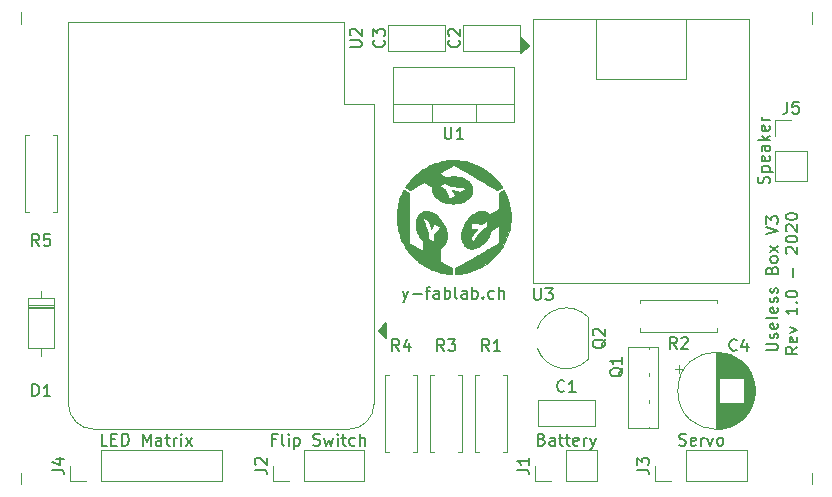
<source format=gbr>
%TF.GenerationSoftware,KiCad,Pcbnew,(5.1.6-0-10_14)*%
%TF.CreationDate,2020-07-19T18:00:59+02:00*%
%TF.ProjectId,UselessV3,5573656c-6573-4735-9633-2e6b69636164,rev?*%
%TF.SameCoordinates,Original*%
%TF.FileFunction,Legend,Top*%
%TF.FilePolarity,Positive*%
%FSLAX46Y46*%
G04 Gerber Fmt 4.6, Leading zero omitted, Abs format (unit mm)*
G04 Created by KiCad (PCBNEW (5.1.6-0-10_14)) date 2020-07-19 18:00:59*
%MOMM*%
%LPD*%
G01*
G04 APERTURE LIST*
%ADD10C,0.120000*%
%ADD11C,0.150000*%
%ADD12C,0.010000*%
G04 APERTURE END LIST*
D10*
X117500000Y-71000000D02*
X117500000Y-72000000D01*
X117500000Y-110000000D02*
X117500000Y-111000000D01*
X184500000Y-110000000D02*
X184500000Y-111000000D01*
X184500000Y-71000000D02*
X184500000Y-72000000D01*
D11*
X180627380Y-99642857D02*
X181436904Y-99642857D01*
X181532142Y-99595238D01*
X181579761Y-99547619D01*
X181627380Y-99452380D01*
X181627380Y-99261904D01*
X181579761Y-99166666D01*
X181532142Y-99119047D01*
X181436904Y-99071428D01*
X180627380Y-99071428D01*
X181579761Y-98642857D02*
X181627380Y-98547619D01*
X181627380Y-98357142D01*
X181579761Y-98261904D01*
X181484523Y-98214285D01*
X181436904Y-98214285D01*
X181341666Y-98261904D01*
X181294047Y-98357142D01*
X181294047Y-98500000D01*
X181246428Y-98595238D01*
X181151190Y-98642857D01*
X181103571Y-98642857D01*
X181008333Y-98595238D01*
X180960714Y-98500000D01*
X180960714Y-98357142D01*
X181008333Y-98261904D01*
X181579761Y-97404761D02*
X181627380Y-97500000D01*
X181627380Y-97690476D01*
X181579761Y-97785714D01*
X181484523Y-97833333D01*
X181103571Y-97833333D01*
X181008333Y-97785714D01*
X180960714Y-97690476D01*
X180960714Y-97500000D01*
X181008333Y-97404761D01*
X181103571Y-97357142D01*
X181198809Y-97357142D01*
X181294047Y-97833333D01*
X181627380Y-96785714D02*
X181579761Y-96880952D01*
X181484523Y-96928571D01*
X180627380Y-96928571D01*
X181579761Y-96023809D02*
X181627380Y-96119047D01*
X181627380Y-96309523D01*
X181579761Y-96404761D01*
X181484523Y-96452380D01*
X181103571Y-96452380D01*
X181008333Y-96404761D01*
X180960714Y-96309523D01*
X180960714Y-96119047D01*
X181008333Y-96023809D01*
X181103571Y-95976190D01*
X181198809Y-95976190D01*
X181294047Y-96452380D01*
X181579761Y-95595238D02*
X181627380Y-95500000D01*
X181627380Y-95309523D01*
X181579761Y-95214285D01*
X181484523Y-95166666D01*
X181436904Y-95166666D01*
X181341666Y-95214285D01*
X181294047Y-95309523D01*
X181294047Y-95452380D01*
X181246428Y-95547619D01*
X181151190Y-95595238D01*
X181103571Y-95595238D01*
X181008333Y-95547619D01*
X180960714Y-95452380D01*
X180960714Y-95309523D01*
X181008333Y-95214285D01*
X181579761Y-94785714D02*
X181627380Y-94690476D01*
X181627380Y-94500000D01*
X181579761Y-94404761D01*
X181484523Y-94357142D01*
X181436904Y-94357142D01*
X181341666Y-94404761D01*
X181294047Y-94500000D01*
X181294047Y-94642857D01*
X181246428Y-94738095D01*
X181151190Y-94785714D01*
X181103571Y-94785714D01*
X181008333Y-94738095D01*
X180960714Y-94642857D01*
X180960714Y-94500000D01*
X181008333Y-94404761D01*
X181103571Y-92833333D02*
X181151190Y-92690476D01*
X181198809Y-92642857D01*
X181294047Y-92595238D01*
X181436904Y-92595238D01*
X181532142Y-92642857D01*
X181579761Y-92690476D01*
X181627380Y-92785714D01*
X181627380Y-93166666D01*
X180627380Y-93166666D01*
X180627380Y-92833333D01*
X180675000Y-92738095D01*
X180722619Y-92690476D01*
X180817857Y-92642857D01*
X180913095Y-92642857D01*
X181008333Y-92690476D01*
X181055952Y-92738095D01*
X181103571Y-92833333D01*
X181103571Y-93166666D01*
X181627380Y-92023809D02*
X181579761Y-92119047D01*
X181532142Y-92166666D01*
X181436904Y-92214285D01*
X181151190Y-92214285D01*
X181055952Y-92166666D01*
X181008333Y-92119047D01*
X180960714Y-92023809D01*
X180960714Y-91880952D01*
X181008333Y-91785714D01*
X181055952Y-91738095D01*
X181151190Y-91690476D01*
X181436904Y-91690476D01*
X181532142Y-91738095D01*
X181579761Y-91785714D01*
X181627380Y-91880952D01*
X181627380Y-92023809D01*
X181627380Y-91357142D02*
X180960714Y-90833333D01*
X180960714Y-91357142D02*
X181627380Y-90833333D01*
X180627380Y-89833333D02*
X181627380Y-89500000D01*
X180627380Y-89166666D01*
X180627380Y-88928571D02*
X180627380Y-88309523D01*
X181008333Y-88642857D01*
X181008333Y-88500000D01*
X181055952Y-88404761D01*
X181103571Y-88357142D01*
X181198809Y-88309523D01*
X181436904Y-88309523D01*
X181532142Y-88357142D01*
X181579761Y-88404761D01*
X181627380Y-88500000D01*
X181627380Y-88785714D01*
X181579761Y-88880952D01*
X181532142Y-88928571D01*
X183277380Y-99357142D02*
X182801190Y-99690476D01*
X183277380Y-99928571D02*
X182277380Y-99928571D01*
X182277380Y-99547619D01*
X182325000Y-99452380D01*
X182372619Y-99404761D01*
X182467857Y-99357142D01*
X182610714Y-99357142D01*
X182705952Y-99404761D01*
X182753571Y-99452380D01*
X182801190Y-99547619D01*
X182801190Y-99928571D01*
X183229761Y-98547619D02*
X183277380Y-98642857D01*
X183277380Y-98833333D01*
X183229761Y-98928571D01*
X183134523Y-98976190D01*
X182753571Y-98976190D01*
X182658333Y-98928571D01*
X182610714Y-98833333D01*
X182610714Y-98642857D01*
X182658333Y-98547619D01*
X182753571Y-98500000D01*
X182848809Y-98500000D01*
X182944047Y-98976190D01*
X182610714Y-98166666D02*
X183277380Y-97928571D01*
X182610714Y-97690476D01*
X183277380Y-96023809D02*
X183277380Y-96595238D01*
X183277380Y-96309523D02*
X182277380Y-96309523D01*
X182420238Y-96404761D01*
X182515476Y-96500000D01*
X182563095Y-96595238D01*
X183182142Y-95595238D02*
X183229761Y-95547619D01*
X183277380Y-95595238D01*
X183229761Y-95642857D01*
X183182142Y-95595238D01*
X183277380Y-95595238D01*
X182277380Y-94928571D02*
X182277380Y-94833333D01*
X182325000Y-94738095D01*
X182372619Y-94690476D01*
X182467857Y-94642857D01*
X182658333Y-94595238D01*
X182896428Y-94595238D01*
X183086904Y-94642857D01*
X183182142Y-94690476D01*
X183229761Y-94738095D01*
X183277380Y-94833333D01*
X183277380Y-94928571D01*
X183229761Y-95023809D01*
X183182142Y-95071428D01*
X183086904Y-95119047D01*
X182896428Y-95166666D01*
X182658333Y-95166666D01*
X182467857Y-95119047D01*
X182372619Y-95071428D01*
X182325000Y-95023809D01*
X182277380Y-94928571D01*
X182896428Y-93404761D02*
X182896428Y-92642857D01*
X182372619Y-91452380D02*
X182325000Y-91404761D01*
X182277380Y-91309523D01*
X182277380Y-91071428D01*
X182325000Y-90976190D01*
X182372619Y-90928571D01*
X182467857Y-90880952D01*
X182563095Y-90880952D01*
X182705952Y-90928571D01*
X183277380Y-91500000D01*
X183277380Y-90880952D01*
X182277380Y-90261904D02*
X182277380Y-90166666D01*
X182325000Y-90071428D01*
X182372619Y-90023809D01*
X182467857Y-89976190D01*
X182658333Y-89928571D01*
X182896428Y-89928571D01*
X183086904Y-89976190D01*
X183182142Y-90023809D01*
X183229761Y-90071428D01*
X183277380Y-90166666D01*
X183277380Y-90261904D01*
X183229761Y-90357142D01*
X183182142Y-90404761D01*
X183086904Y-90452380D01*
X182896428Y-90500000D01*
X182658333Y-90500000D01*
X182467857Y-90452380D01*
X182372619Y-90404761D01*
X182325000Y-90357142D01*
X182277380Y-90261904D01*
X182372619Y-89547619D02*
X182325000Y-89500000D01*
X182277380Y-89404761D01*
X182277380Y-89166666D01*
X182325000Y-89071428D01*
X182372619Y-89023809D01*
X182467857Y-88976190D01*
X182563095Y-88976190D01*
X182705952Y-89023809D01*
X183277380Y-89595238D01*
X183277380Y-88976190D01*
X182277380Y-88357142D02*
X182277380Y-88261904D01*
X182325000Y-88166666D01*
X182372619Y-88119047D01*
X182467857Y-88071428D01*
X182658333Y-88023809D01*
X182896428Y-88023809D01*
X183086904Y-88071428D01*
X183182142Y-88119047D01*
X183229761Y-88166666D01*
X183277380Y-88261904D01*
X183277380Y-88357142D01*
X183229761Y-88452380D01*
X183182142Y-88500000D01*
X183086904Y-88547619D01*
X182896428Y-88595238D01*
X182658333Y-88595238D01*
X182467857Y-88547619D01*
X182372619Y-88500000D01*
X182325000Y-88452380D01*
X182277380Y-88357142D01*
X149841666Y-94595714D02*
X150079761Y-95262380D01*
X150317857Y-94595714D02*
X150079761Y-95262380D01*
X149984523Y-95500476D01*
X149936904Y-95548095D01*
X149841666Y-95595714D01*
X150698809Y-94881428D02*
X151460714Y-94881428D01*
X151794047Y-94595714D02*
X152175000Y-94595714D01*
X151936904Y-95262380D02*
X151936904Y-94405238D01*
X151984523Y-94310000D01*
X152079761Y-94262380D01*
X152175000Y-94262380D01*
X152936904Y-95262380D02*
X152936904Y-94738571D01*
X152889285Y-94643333D01*
X152794047Y-94595714D01*
X152603571Y-94595714D01*
X152508333Y-94643333D01*
X152936904Y-95214761D02*
X152841666Y-95262380D01*
X152603571Y-95262380D01*
X152508333Y-95214761D01*
X152460714Y-95119523D01*
X152460714Y-95024285D01*
X152508333Y-94929047D01*
X152603571Y-94881428D01*
X152841666Y-94881428D01*
X152936904Y-94833809D01*
X153413095Y-95262380D02*
X153413095Y-94262380D01*
X153413095Y-94643333D02*
X153508333Y-94595714D01*
X153698809Y-94595714D01*
X153794047Y-94643333D01*
X153841666Y-94690952D01*
X153889285Y-94786190D01*
X153889285Y-95071904D01*
X153841666Y-95167142D01*
X153794047Y-95214761D01*
X153698809Y-95262380D01*
X153508333Y-95262380D01*
X153413095Y-95214761D01*
X154460714Y-95262380D02*
X154365476Y-95214761D01*
X154317857Y-95119523D01*
X154317857Y-94262380D01*
X155270238Y-95262380D02*
X155270238Y-94738571D01*
X155222619Y-94643333D01*
X155127380Y-94595714D01*
X154936904Y-94595714D01*
X154841666Y-94643333D01*
X155270238Y-95214761D02*
X155175000Y-95262380D01*
X154936904Y-95262380D01*
X154841666Y-95214761D01*
X154794047Y-95119523D01*
X154794047Y-95024285D01*
X154841666Y-94929047D01*
X154936904Y-94881428D01*
X155175000Y-94881428D01*
X155270238Y-94833809D01*
X155746428Y-95262380D02*
X155746428Y-94262380D01*
X155746428Y-94643333D02*
X155841666Y-94595714D01*
X156032142Y-94595714D01*
X156127380Y-94643333D01*
X156175000Y-94690952D01*
X156222619Y-94786190D01*
X156222619Y-95071904D01*
X156175000Y-95167142D01*
X156127380Y-95214761D01*
X156032142Y-95262380D01*
X155841666Y-95262380D01*
X155746428Y-95214761D01*
X156651190Y-95167142D02*
X156698809Y-95214761D01*
X156651190Y-95262380D01*
X156603571Y-95214761D01*
X156651190Y-95167142D01*
X156651190Y-95262380D01*
X157555952Y-95214761D02*
X157460714Y-95262380D01*
X157270238Y-95262380D01*
X157175000Y-95214761D01*
X157127380Y-95167142D01*
X157079761Y-95071904D01*
X157079761Y-94786190D01*
X157127380Y-94690952D01*
X157175000Y-94643333D01*
X157270238Y-94595714D01*
X157460714Y-94595714D01*
X157555952Y-94643333D01*
X157984523Y-95262380D02*
X157984523Y-94262380D01*
X158413095Y-95262380D02*
X158413095Y-94738571D01*
X158365476Y-94643333D01*
X158270238Y-94595714D01*
X158127380Y-94595714D01*
X158032142Y-94643333D01*
X157984523Y-94690952D01*
D12*
%TO.C,G\u002A\u002A\u002A*%
G36*
X158418540Y-86078892D02*
G01*
X158426442Y-86091094D01*
X158437674Y-86110882D01*
X158451730Y-86137222D01*
X158468104Y-86169081D01*
X158486289Y-86205426D01*
X158505779Y-86245224D01*
X158526068Y-86287443D01*
X158546648Y-86331049D01*
X158567014Y-86375009D01*
X158586660Y-86418291D01*
X158605078Y-86459861D01*
X158620080Y-86494707D01*
X158702803Y-86703488D01*
X158775416Y-86915144D01*
X158837894Y-87129341D01*
X158890211Y-87345745D01*
X158932343Y-87564019D01*
X158964265Y-87783831D01*
X158985951Y-88004844D01*
X158997376Y-88226724D01*
X158998514Y-88449136D01*
X158989341Y-88671746D01*
X158969832Y-88894218D01*
X158939961Y-89116218D01*
X158899703Y-89337411D01*
X158850236Y-89552729D01*
X158789739Y-89769963D01*
X158719547Y-89983267D01*
X158639851Y-90192352D01*
X158550843Y-90396930D01*
X158452716Y-90596711D01*
X158345663Y-90791407D01*
X158229874Y-90980729D01*
X158105544Y-91164388D01*
X157972863Y-91342096D01*
X157832025Y-91513563D01*
X157683221Y-91678501D01*
X157526644Y-91836621D01*
X157362487Y-91987634D01*
X157190941Y-92131251D01*
X157072187Y-92223029D01*
X156886484Y-92355457D01*
X156696008Y-92478510D01*
X156500985Y-92592101D01*
X156301643Y-92696141D01*
X156098208Y-92790541D01*
X155890906Y-92875214D01*
X155679963Y-92950069D01*
X155465605Y-93015020D01*
X155248060Y-93069977D01*
X155027553Y-93114852D01*
X154804311Y-93149556D01*
X154659187Y-93166481D01*
X154623173Y-93169925D01*
X154583852Y-93173246D01*
X154539796Y-93176545D01*
X154489573Y-93179924D01*
X154431753Y-93183483D01*
X154364907Y-93187322D01*
X154358885Y-93187658D01*
X154312583Y-93190235D01*
X154312758Y-92945753D01*
X154312934Y-92701271D01*
X155713718Y-91883708D01*
X155831890Y-91814738D01*
X155950450Y-91745541D01*
X156068888Y-91676416D01*
X156186690Y-91607661D01*
X156303347Y-91539576D01*
X156418344Y-91472459D01*
X156531172Y-91406609D01*
X156641318Y-91342325D01*
X156748270Y-91279904D01*
X156851516Y-91219647D01*
X156950545Y-91161851D01*
X157044845Y-91106815D01*
X157133904Y-91054838D01*
X157217210Y-91006219D01*
X157294252Y-90961257D01*
X157364518Y-90920249D01*
X157427496Y-90883495D01*
X157482673Y-90851293D01*
X157529540Y-90823943D01*
X157554175Y-90809566D01*
X157993847Y-90552987D01*
X157997429Y-89820534D01*
X157997845Y-89733371D01*
X157998227Y-89649145D01*
X157998573Y-89568457D01*
X157998881Y-89491913D01*
X157999150Y-89420116D01*
X157999378Y-89353670D01*
X157999563Y-89293178D01*
X157999703Y-89239245D01*
X157999797Y-89192473D01*
X157999843Y-89153467D01*
X157999839Y-89122830D01*
X157999783Y-89101166D01*
X157999674Y-89089079D01*
X157999570Y-89086640D01*
X157994786Y-89088749D01*
X157982193Y-89095456D01*
X157963120Y-89106021D01*
X157938897Y-89119703D01*
X157910853Y-89135763D01*
X157897638Y-89143397D01*
X157872267Y-89158083D01*
X157839162Y-89177235D01*
X157799751Y-89200028D01*
X157755466Y-89225633D01*
X157707736Y-89253225D01*
X157657991Y-89281977D01*
X157607661Y-89311062D01*
X157563741Y-89336438D01*
X157330336Y-89471282D01*
X157323740Y-89493485D01*
X157317343Y-89513841D01*
X157307879Y-89542388D01*
X157295962Y-89577395D01*
X157282205Y-89617128D01*
X157267222Y-89659857D01*
X157251626Y-89703849D01*
X157236030Y-89747372D01*
X157221048Y-89788694D01*
X157207293Y-89826084D01*
X157195379Y-89857809D01*
X157187498Y-89878167D01*
X157166089Y-89930866D01*
X157146107Y-89976519D01*
X157126010Y-90018236D01*
X157104257Y-90059129D01*
X157079306Y-90102308D01*
X157063508Y-90128409D01*
X156984304Y-90249218D01*
X156899043Y-90363318D01*
X156808253Y-90470200D01*
X156712465Y-90569352D01*
X156612209Y-90660266D01*
X156508013Y-90742430D01*
X156400407Y-90815335D01*
X156289922Y-90878472D01*
X156278437Y-90884381D01*
X156172397Y-90933716D01*
X156067269Y-90973380D01*
X155963382Y-91003368D01*
X155861069Y-91023679D01*
X155760661Y-91034311D01*
X155662489Y-91035261D01*
X155566885Y-91026528D01*
X155474180Y-91008108D01*
X155384705Y-90980000D01*
X155298792Y-90942202D01*
X155216772Y-90894710D01*
X155212141Y-90891659D01*
X155184020Y-90870740D01*
X155151937Y-90843160D01*
X155117922Y-90810986D01*
X155083998Y-90776285D01*
X155052193Y-90741123D01*
X155024534Y-90707567D01*
X155004467Y-90679854D01*
X154955166Y-90597044D01*
X154913762Y-90509591D01*
X154880007Y-90416745D01*
X154853655Y-90317754D01*
X154834459Y-90211870D01*
X154825297Y-90134812D01*
X154823209Y-90103676D01*
X154821953Y-90064397D01*
X154821482Y-90019233D01*
X154821749Y-89970441D01*
X154822706Y-89920278D01*
X154824306Y-89871004D01*
X154826501Y-89824874D01*
X154829244Y-89784147D01*
X154832488Y-89751081D01*
X154833518Y-89743229D01*
X154861683Y-89581649D01*
X154900032Y-89422884D01*
X154948484Y-89267168D01*
X155006960Y-89114736D01*
X155075379Y-88965824D01*
X155128585Y-88865953D01*
X155618167Y-88865953D01*
X155618501Y-88874423D01*
X155619198Y-88884194D01*
X155619621Y-88895288D01*
X155619625Y-88896230D01*
X155619900Y-88917498D01*
X155620684Y-88946042D01*
X155621907Y-88980594D01*
X155623502Y-89019888D01*
X155625403Y-89062655D01*
X155627542Y-89107627D01*
X155629852Y-89153538D01*
X155632266Y-89199120D01*
X155634716Y-89243104D01*
X155637135Y-89284225D01*
X155639456Y-89321214D01*
X155641611Y-89352803D01*
X155643534Y-89377725D01*
X155645157Y-89394713D01*
X155646412Y-89402499D01*
X155646497Y-89402691D01*
X155648140Y-89404960D01*
X155651025Y-89406851D01*
X155656057Y-89408396D01*
X155664138Y-89409631D01*
X155676172Y-89410591D01*
X155693061Y-89411310D01*
X155715710Y-89411822D01*
X155745022Y-89412163D01*
X155781899Y-89412366D01*
X155827245Y-89412466D01*
X155881963Y-89412498D01*
X155902915Y-89412500D01*
X155966975Y-89412609D01*
X156022085Y-89412934D01*
X156067977Y-89413467D01*
X156104384Y-89414205D01*
X156131039Y-89415141D01*
X156147675Y-89416270D01*
X156154024Y-89417586D01*
X156154083Y-89417735D01*
X156150848Y-89423599D01*
X156142035Y-89435713D01*
X156128986Y-89452320D01*
X156113038Y-89471660D01*
X156112773Y-89471975D01*
X156101408Y-89485447D01*
X156084020Y-89506046D01*
X156061414Y-89532819D01*
X156034398Y-89564808D01*
X156003778Y-89601060D01*
X155970362Y-89640618D01*
X155934957Y-89682527D01*
X155898369Y-89725832D01*
X155882394Y-89744739D01*
X155846726Y-89787036D01*
X155812881Y-89827332D01*
X155781524Y-89864828D01*
X155753315Y-89898723D01*
X155728920Y-89928216D01*
X155709001Y-89952507D01*
X155694220Y-89970795D01*
X155685241Y-89982280D01*
X155682953Y-89985510D01*
X155677175Y-89997948D01*
X155673917Y-90013651D01*
X155672640Y-90035721D01*
X155672561Y-90045116D01*
X155672802Y-90060513D01*
X155673495Y-90084004D01*
X155674579Y-90114303D01*
X155675992Y-90150125D01*
X155677675Y-90190187D01*
X155679565Y-90233203D01*
X155681602Y-90277888D01*
X155683724Y-90322957D01*
X155685871Y-90367126D01*
X155687982Y-90409109D01*
X155689996Y-90447623D01*
X155691851Y-90481381D01*
X155693486Y-90509100D01*
X155694842Y-90529494D01*
X155695856Y-90541279D01*
X155696233Y-90543594D01*
X155700983Y-90549506D01*
X155708792Y-90548246D01*
X155720307Y-90539335D01*
X155736175Y-90522294D01*
X155753410Y-90501260D01*
X155761661Y-90490742D01*
X155775936Y-90472435D01*
X155795785Y-90446921D01*
X155820757Y-90414781D01*
X155850400Y-90376597D01*
X155884264Y-90332951D01*
X155921896Y-90284424D01*
X155962847Y-90231598D01*
X156006664Y-90175055D01*
X156052897Y-90115377D01*
X156101095Y-90053144D01*
X156150806Y-89988940D01*
X156179207Y-89952250D01*
X156566271Y-89452187D01*
X156785664Y-89326052D01*
X156830036Y-89300428D01*
X156871829Y-89276075D01*
X156910098Y-89253559D01*
X156943893Y-89233450D01*
X156972266Y-89216315D01*
X156994270Y-89202721D01*
X157008957Y-89193237D01*
X157015344Y-89188469D01*
X157024317Y-89176393D01*
X157029206Y-89166959D01*
X157029853Y-89159207D01*
X157029921Y-89142218D01*
X157029474Y-89117318D01*
X157028576Y-89085835D01*
X157027290Y-89049095D01*
X157025680Y-89008426D01*
X157023808Y-88965153D01*
X157021740Y-88920605D01*
X157019537Y-88876107D01*
X157017264Y-88832986D01*
X157014983Y-88792569D01*
X157012759Y-88756184D01*
X157010655Y-88725156D01*
X157008734Y-88700813D01*
X157007060Y-88684481D01*
X157005806Y-88677703D01*
X156998372Y-88668313D01*
X156990625Y-88667788D01*
X156984070Y-88670917D01*
X156969370Y-88678806D01*
X156947525Y-88690889D01*
X156919538Y-88706603D01*
X156886409Y-88725384D01*
X156849141Y-88746668D01*
X156808735Y-88769891D01*
X156785723Y-88783178D01*
X156743223Y-88807735D01*
X156702657Y-88831132D01*
X156665141Y-88852729D01*
X156631793Y-88871883D01*
X156603728Y-88887955D01*
X156582064Y-88900303D01*
X156567916Y-88908286D01*
X156564187Y-88910345D01*
X156537729Y-88924691D01*
X156089291Y-88879351D01*
X156007841Y-88871065D01*
X155936296Y-88863735D01*
X155874021Y-88857386D01*
X155820379Y-88852039D01*
X155774734Y-88847719D01*
X155736451Y-88844446D01*
X155704892Y-88842245D01*
X155679422Y-88841139D01*
X155659404Y-88841149D01*
X155644202Y-88842300D01*
X155633180Y-88844613D01*
X155625701Y-88848112D01*
X155621131Y-88852820D01*
X155618831Y-88858759D01*
X155618167Y-88865953D01*
X155128585Y-88865953D01*
X155140469Y-88843646D01*
X155213266Y-88723357D01*
X155291742Y-88608747D01*
X155375376Y-88500258D01*
X155463649Y-88398333D01*
X155556042Y-88303415D01*
X155652036Y-88215945D01*
X155751110Y-88136365D01*
X155852747Y-88065119D01*
X155956426Y-88002649D01*
X156061628Y-87949396D01*
X156167834Y-87905803D01*
X156274524Y-87872313D01*
X156283729Y-87869913D01*
X156384223Y-87848639D01*
X156482845Y-87836729D01*
X156578940Y-87834177D01*
X156671852Y-87840975D01*
X156760924Y-87857118D01*
X156825473Y-87875573D01*
X156865060Y-87889515D01*
X156899426Y-87903453D01*
X156930656Y-87918615D01*
X156960835Y-87936228D01*
X156992049Y-87957518D01*
X157026380Y-87983712D01*
X157065915Y-88016037D01*
X157070102Y-88019543D01*
X157098150Y-88042930D01*
X157124752Y-88064862D01*
X157148414Y-88084126D01*
X157167639Y-88099509D01*
X157180934Y-88109799D01*
X157184501Y-88112386D01*
X157205735Y-88127101D01*
X157598013Y-87922153D01*
X157990291Y-87717206D01*
X157990291Y-86307502D01*
X158200635Y-86192350D01*
X158243975Y-86168624D01*
X158284455Y-86146465D01*
X158321132Y-86126388D01*
X158353063Y-86108911D01*
X158379303Y-86094549D01*
X158398909Y-86083820D01*
X158410937Y-86077240D01*
X158414475Y-86075308D01*
X158418540Y-86078892D01*
G37*
X158418540Y-86078892D02*
X158426442Y-86091094D01*
X158437674Y-86110882D01*
X158451730Y-86137222D01*
X158468104Y-86169081D01*
X158486289Y-86205426D01*
X158505779Y-86245224D01*
X158526068Y-86287443D01*
X158546648Y-86331049D01*
X158567014Y-86375009D01*
X158586660Y-86418291D01*
X158605078Y-86459861D01*
X158620080Y-86494707D01*
X158702803Y-86703488D01*
X158775416Y-86915144D01*
X158837894Y-87129341D01*
X158890211Y-87345745D01*
X158932343Y-87564019D01*
X158964265Y-87783831D01*
X158985951Y-88004844D01*
X158997376Y-88226724D01*
X158998514Y-88449136D01*
X158989341Y-88671746D01*
X158969832Y-88894218D01*
X158939961Y-89116218D01*
X158899703Y-89337411D01*
X158850236Y-89552729D01*
X158789739Y-89769963D01*
X158719547Y-89983267D01*
X158639851Y-90192352D01*
X158550843Y-90396930D01*
X158452716Y-90596711D01*
X158345663Y-90791407D01*
X158229874Y-90980729D01*
X158105544Y-91164388D01*
X157972863Y-91342096D01*
X157832025Y-91513563D01*
X157683221Y-91678501D01*
X157526644Y-91836621D01*
X157362487Y-91987634D01*
X157190941Y-92131251D01*
X157072187Y-92223029D01*
X156886484Y-92355457D01*
X156696008Y-92478510D01*
X156500985Y-92592101D01*
X156301643Y-92696141D01*
X156098208Y-92790541D01*
X155890906Y-92875214D01*
X155679963Y-92950069D01*
X155465605Y-93015020D01*
X155248060Y-93069977D01*
X155027553Y-93114852D01*
X154804311Y-93149556D01*
X154659187Y-93166481D01*
X154623173Y-93169925D01*
X154583852Y-93173246D01*
X154539796Y-93176545D01*
X154489573Y-93179924D01*
X154431753Y-93183483D01*
X154364907Y-93187322D01*
X154358885Y-93187658D01*
X154312583Y-93190235D01*
X154312758Y-92945753D01*
X154312934Y-92701271D01*
X155713718Y-91883708D01*
X155831890Y-91814738D01*
X155950450Y-91745541D01*
X156068888Y-91676416D01*
X156186690Y-91607661D01*
X156303347Y-91539576D01*
X156418344Y-91472459D01*
X156531172Y-91406609D01*
X156641318Y-91342325D01*
X156748270Y-91279904D01*
X156851516Y-91219647D01*
X156950545Y-91161851D01*
X157044845Y-91106815D01*
X157133904Y-91054838D01*
X157217210Y-91006219D01*
X157294252Y-90961257D01*
X157364518Y-90920249D01*
X157427496Y-90883495D01*
X157482673Y-90851293D01*
X157529540Y-90823943D01*
X157554175Y-90809566D01*
X157993847Y-90552987D01*
X157997429Y-89820534D01*
X157997845Y-89733371D01*
X157998227Y-89649145D01*
X157998573Y-89568457D01*
X157998881Y-89491913D01*
X157999150Y-89420116D01*
X157999378Y-89353670D01*
X157999563Y-89293178D01*
X157999703Y-89239245D01*
X157999797Y-89192473D01*
X157999843Y-89153467D01*
X157999839Y-89122830D01*
X157999783Y-89101166D01*
X157999674Y-89089079D01*
X157999570Y-89086640D01*
X157994786Y-89088749D01*
X157982193Y-89095456D01*
X157963120Y-89106021D01*
X157938897Y-89119703D01*
X157910853Y-89135763D01*
X157897638Y-89143397D01*
X157872267Y-89158083D01*
X157839162Y-89177235D01*
X157799751Y-89200028D01*
X157755466Y-89225633D01*
X157707736Y-89253225D01*
X157657991Y-89281977D01*
X157607661Y-89311062D01*
X157563741Y-89336438D01*
X157330336Y-89471282D01*
X157323740Y-89493485D01*
X157317343Y-89513841D01*
X157307879Y-89542388D01*
X157295962Y-89577395D01*
X157282205Y-89617128D01*
X157267222Y-89659857D01*
X157251626Y-89703849D01*
X157236030Y-89747372D01*
X157221048Y-89788694D01*
X157207293Y-89826084D01*
X157195379Y-89857809D01*
X157187498Y-89878167D01*
X157166089Y-89930866D01*
X157146107Y-89976519D01*
X157126010Y-90018236D01*
X157104257Y-90059129D01*
X157079306Y-90102308D01*
X157063508Y-90128409D01*
X156984304Y-90249218D01*
X156899043Y-90363318D01*
X156808253Y-90470200D01*
X156712465Y-90569352D01*
X156612209Y-90660266D01*
X156508013Y-90742430D01*
X156400407Y-90815335D01*
X156289922Y-90878472D01*
X156278437Y-90884381D01*
X156172397Y-90933716D01*
X156067269Y-90973380D01*
X155963382Y-91003368D01*
X155861069Y-91023679D01*
X155760661Y-91034311D01*
X155662489Y-91035261D01*
X155566885Y-91026528D01*
X155474180Y-91008108D01*
X155384705Y-90980000D01*
X155298792Y-90942202D01*
X155216772Y-90894710D01*
X155212141Y-90891659D01*
X155184020Y-90870740D01*
X155151937Y-90843160D01*
X155117922Y-90810986D01*
X155083998Y-90776285D01*
X155052193Y-90741123D01*
X155024534Y-90707567D01*
X155004467Y-90679854D01*
X154955166Y-90597044D01*
X154913762Y-90509591D01*
X154880007Y-90416745D01*
X154853655Y-90317754D01*
X154834459Y-90211870D01*
X154825297Y-90134812D01*
X154823209Y-90103676D01*
X154821953Y-90064397D01*
X154821482Y-90019233D01*
X154821749Y-89970441D01*
X154822706Y-89920278D01*
X154824306Y-89871004D01*
X154826501Y-89824874D01*
X154829244Y-89784147D01*
X154832488Y-89751081D01*
X154833518Y-89743229D01*
X154861683Y-89581649D01*
X154900032Y-89422884D01*
X154948484Y-89267168D01*
X155006960Y-89114736D01*
X155075379Y-88965824D01*
X155128585Y-88865953D01*
X155618167Y-88865953D01*
X155618501Y-88874423D01*
X155619198Y-88884194D01*
X155619621Y-88895288D01*
X155619625Y-88896230D01*
X155619900Y-88917498D01*
X155620684Y-88946042D01*
X155621907Y-88980594D01*
X155623502Y-89019888D01*
X155625403Y-89062655D01*
X155627542Y-89107627D01*
X155629852Y-89153538D01*
X155632266Y-89199120D01*
X155634716Y-89243104D01*
X155637135Y-89284225D01*
X155639456Y-89321214D01*
X155641611Y-89352803D01*
X155643534Y-89377725D01*
X155645157Y-89394713D01*
X155646412Y-89402499D01*
X155646497Y-89402691D01*
X155648140Y-89404960D01*
X155651025Y-89406851D01*
X155656057Y-89408396D01*
X155664138Y-89409631D01*
X155676172Y-89410591D01*
X155693061Y-89411310D01*
X155715710Y-89411822D01*
X155745022Y-89412163D01*
X155781899Y-89412366D01*
X155827245Y-89412466D01*
X155881963Y-89412498D01*
X155902915Y-89412500D01*
X155966975Y-89412609D01*
X156022085Y-89412934D01*
X156067977Y-89413467D01*
X156104384Y-89414205D01*
X156131039Y-89415141D01*
X156147675Y-89416270D01*
X156154024Y-89417586D01*
X156154083Y-89417735D01*
X156150848Y-89423599D01*
X156142035Y-89435713D01*
X156128986Y-89452320D01*
X156113038Y-89471660D01*
X156112773Y-89471975D01*
X156101408Y-89485447D01*
X156084020Y-89506046D01*
X156061414Y-89532819D01*
X156034398Y-89564808D01*
X156003778Y-89601060D01*
X155970362Y-89640618D01*
X155934957Y-89682527D01*
X155898369Y-89725832D01*
X155882394Y-89744739D01*
X155846726Y-89787036D01*
X155812881Y-89827332D01*
X155781524Y-89864828D01*
X155753315Y-89898723D01*
X155728920Y-89928216D01*
X155709001Y-89952507D01*
X155694220Y-89970795D01*
X155685241Y-89982280D01*
X155682953Y-89985510D01*
X155677175Y-89997948D01*
X155673917Y-90013651D01*
X155672640Y-90035721D01*
X155672561Y-90045116D01*
X155672802Y-90060513D01*
X155673495Y-90084004D01*
X155674579Y-90114303D01*
X155675992Y-90150125D01*
X155677675Y-90190187D01*
X155679565Y-90233203D01*
X155681602Y-90277888D01*
X155683724Y-90322957D01*
X155685871Y-90367126D01*
X155687982Y-90409109D01*
X155689996Y-90447623D01*
X155691851Y-90481381D01*
X155693486Y-90509100D01*
X155694842Y-90529494D01*
X155695856Y-90541279D01*
X155696233Y-90543594D01*
X155700983Y-90549506D01*
X155708792Y-90548246D01*
X155720307Y-90539335D01*
X155736175Y-90522294D01*
X155753410Y-90501260D01*
X155761661Y-90490742D01*
X155775936Y-90472435D01*
X155795785Y-90446921D01*
X155820757Y-90414781D01*
X155850400Y-90376597D01*
X155884264Y-90332951D01*
X155921896Y-90284424D01*
X155962847Y-90231598D01*
X156006664Y-90175055D01*
X156052897Y-90115377D01*
X156101095Y-90053144D01*
X156150806Y-89988940D01*
X156179207Y-89952250D01*
X156566271Y-89452187D01*
X156785664Y-89326052D01*
X156830036Y-89300428D01*
X156871829Y-89276075D01*
X156910098Y-89253559D01*
X156943893Y-89233450D01*
X156972266Y-89216315D01*
X156994270Y-89202721D01*
X157008957Y-89193237D01*
X157015344Y-89188469D01*
X157024317Y-89176393D01*
X157029206Y-89166959D01*
X157029853Y-89159207D01*
X157029921Y-89142218D01*
X157029474Y-89117318D01*
X157028576Y-89085835D01*
X157027290Y-89049095D01*
X157025680Y-89008426D01*
X157023808Y-88965153D01*
X157021740Y-88920605D01*
X157019537Y-88876107D01*
X157017264Y-88832986D01*
X157014983Y-88792569D01*
X157012759Y-88756184D01*
X157010655Y-88725156D01*
X157008734Y-88700813D01*
X157007060Y-88684481D01*
X157005806Y-88677703D01*
X156998372Y-88668313D01*
X156990625Y-88667788D01*
X156984070Y-88670917D01*
X156969370Y-88678806D01*
X156947525Y-88690889D01*
X156919538Y-88706603D01*
X156886409Y-88725384D01*
X156849141Y-88746668D01*
X156808735Y-88769891D01*
X156785723Y-88783178D01*
X156743223Y-88807735D01*
X156702657Y-88831132D01*
X156665141Y-88852729D01*
X156631793Y-88871883D01*
X156603728Y-88887955D01*
X156582064Y-88900303D01*
X156567916Y-88908286D01*
X156564187Y-88910345D01*
X156537729Y-88924691D01*
X156089291Y-88879351D01*
X156007841Y-88871065D01*
X155936296Y-88863735D01*
X155874021Y-88857386D01*
X155820379Y-88852039D01*
X155774734Y-88847719D01*
X155736451Y-88844446D01*
X155704892Y-88842245D01*
X155679422Y-88841139D01*
X155659404Y-88841149D01*
X155644202Y-88842300D01*
X155633180Y-88844613D01*
X155625701Y-88848112D01*
X155621131Y-88852820D01*
X155618831Y-88858759D01*
X155618167Y-88865953D01*
X155128585Y-88865953D01*
X155140469Y-88843646D01*
X155213266Y-88723357D01*
X155291742Y-88608747D01*
X155375376Y-88500258D01*
X155463649Y-88398333D01*
X155556042Y-88303415D01*
X155652036Y-88215945D01*
X155751110Y-88136365D01*
X155852747Y-88065119D01*
X155956426Y-88002649D01*
X156061628Y-87949396D01*
X156167834Y-87905803D01*
X156274524Y-87872313D01*
X156283729Y-87869913D01*
X156384223Y-87848639D01*
X156482845Y-87836729D01*
X156578940Y-87834177D01*
X156671852Y-87840975D01*
X156760924Y-87857118D01*
X156825473Y-87875573D01*
X156865060Y-87889515D01*
X156899426Y-87903453D01*
X156930656Y-87918615D01*
X156960835Y-87936228D01*
X156992049Y-87957518D01*
X157026380Y-87983712D01*
X157065915Y-88016037D01*
X157070102Y-88019543D01*
X157098150Y-88042930D01*
X157124752Y-88064862D01*
X157148414Y-88084126D01*
X157167639Y-88099509D01*
X157180934Y-88109799D01*
X157184501Y-88112386D01*
X157205735Y-88127101D01*
X157598013Y-87922153D01*
X157990291Y-87717206D01*
X157990291Y-86307502D01*
X158200635Y-86192350D01*
X158243975Y-86168624D01*
X158284455Y-86146465D01*
X158321132Y-86126388D01*
X158353063Y-86108911D01*
X158379303Y-86094549D01*
X158398909Y-86083820D01*
X158410937Y-86077240D01*
X158414475Y-86075308D01*
X158418540Y-86078892D01*
G36*
X149949146Y-86060882D02*
G01*
X149957934Y-86064913D01*
X149970480Y-86071835D01*
X149987569Y-86082112D01*
X150009989Y-86096210D01*
X150038527Y-86114591D01*
X150073970Y-86137722D01*
X150117105Y-86166065D01*
X150137458Y-86179471D01*
X150178480Y-86206528D01*
X150217194Y-86232101D01*
X150252612Y-86255536D01*
X150283747Y-86276178D01*
X150309612Y-86293371D01*
X150329218Y-86306461D01*
X150341578Y-86314792D01*
X150345156Y-86317270D01*
X150359708Y-86327775D01*
X150360168Y-90563437D01*
X150949959Y-90900363D01*
X151539750Y-91237290D01*
X151539750Y-90385072D01*
X151506189Y-90344609D01*
X151420212Y-90234521D01*
X151340973Y-90120006D01*
X151268660Y-90001736D01*
X151203457Y-89880385D01*
X151145549Y-89756627D01*
X151095124Y-89631135D01*
X151052365Y-89504582D01*
X151017459Y-89377642D01*
X150990590Y-89250988D01*
X150971946Y-89125294D01*
X150961711Y-89001233D01*
X150960070Y-88879479D01*
X150967210Y-88760705D01*
X150983315Y-88645584D01*
X151008060Y-88536651D01*
X151038319Y-88441095D01*
X151059632Y-88389826D01*
X151516180Y-88389826D01*
X151517268Y-88404314D01*
X151519909Y-88413117D01*
X151522891Y-88420831D01*
X151529641Y-88437725D01*
X151539911Y-88463188D01*
X151553453Y-88496609D01*
X151570016Y-88537377D01*
X151589352Y-88584881D01*
X151611213Y-88638510D01*
X151635347Y-88697653D01*
X151661508Y-88761700D01*
X151689446Y-88830038D01*
X151718911Y-88902058D01*
X151749654Y-88977149D01*
X151781428Y-89054698D01*
X151782542Y-89057417D01*
X152037166Y-89678647D01*
X152037166Y-90199393D01*
X152049072Y-90216572D01*
X152053718Y-90221716D01*
X152061709Y-90228119D01*
X152073824Y-90236221D01*
X152090838Y-90246462D01*
X152113528Y-90259281D01*
X152142670Y-90275119D01*
X152179041Y-90294416D01*
X152223417Y-90317610D01*
X152270000Y-90341747D01*
X152327911Y-90371477D01*
X152377383Y-90396466D01*
X152418270Y-90416646D01*
X152450427Y-90431946D01*
X152473709Y-90442297D01*
X152487972Y-90447629D01*
X152492250Y-90448382D01*
X152505479Y-90447021D01*
X152508125Y-90182437D01*
X152510770Y-89917854D01*
X152772046Y-89555709D01*
X152825420Y-89481575D01*
X152872802Y-89415441D01*
X152914150Y-89357364D01*
X152949422Y-89307405D01*
X152978579Y-89265622D01*
X153001579Y-89232074D01*
X153018380Y-89206821D01*
X153028941Y-89189921D01*
X153033222Y-89181434D01*
X153033322Y-89180809D01*
X153029623Y-89167255D01*
X153023401Y-89158296D01*
X153015809Y-89153018D01*
X153000073Y-89143760D01*
X152977298Y-89131084D01*
X152948589Y-89115556D01*
X152915051Y-89097739D01*
X152877789Y-89078199D01*
X152837910Y-89057499D01*
X152796518Y-89036203D01*
X152754718Y-89014877D01*
X152713617Y-88994084D01*
X152674319Y-88974389D01*
X152637929Y-88956356D01*
X152605553Y-88940549D01*
X152578297Y-88927533D01*
X152557265Y-88917873D01*
X152543563Y-88912132D01*
X152538548Y-88910747D01*
X152534729Y-88912772D01*
X152529268Y-88918414D01*
X152521731Y-88928364D01*
X152511685Y-88943316D01*
X152498694Y-88963960D01*
X152482325Y-88990988D01*
X152462144Y-89025091D01*
X152437717Y-89066963D01*
X152408610Y-89117293D01*
X152404685Y-89124104D01*
X152377896Y-89170318D01*
X152353187Y-89212399D01*
X152331029Y-89249581D01*
X152311891Y-89281096D01*
X152296242Y-89306177D01*
X152284552Y-89324055D01*
X152277289Y-89333965D01*
X152275196Y-89335771D01*
X152271944Y-89331450D01*
X152265758Y-89318377D01*
X152256573Y-89296385D01*
X152244326Y-89265305D01*
X152228952Y-89224969D01*
X152210386Y-89175212D01*
X152188566Y-89115865D01*
X152163425Y-89046760D01*
X152148344Y-89005042D01*
X152127774Y-88948074D01*
X152108110Y-88893688D01*
X152089669Y-88842760D01*
X152072770Y-88796167D01*
X152057732Y-88754786D01*
X152044873Y-88719493D01*
X152034513Y-88691164D01*
X152026969Y-88670677D01*
X152022561Y-88658907D01*
X152021729Y-88656792D01*
X152012277Y-88641462D01*
X151999120Y-88627834D01*
X151998026Y-88626991D01*
X151990820Y-88622658D01*
X151975352Y-88614086D01*
X151952771Y-88601876D01*
X151924229Y-88586626D01*
X151890873Y-88568939D01*
X151853855Y-88549414D01*
X151814324Y-88528652D01*
X151773429Y-88507253D01*
X151732322Y-88485817D01*
X151692151Y-88464945D01*
X151654066Y-88445237D01*
X151619218Y-88427294D01*
X151588756Y-88411716D01*
X151563830Y-88399104D01*
X151545589Y-88390057D01*
X151535185Y-88385176D01*
X151533978Y-88384690D01*
X151521796Y-88383193D01*
X151516180Y-88389826D01*
X151059632Y-88389826D01*
X151074729Y-88353512D01*
X151117864Y-88272883D01*
X151168299Y-88198186D01*
X151226610Y-88128400D01*
X151253881Y-88100014D01*
X151318486Y-88040908D01*
X151385244Y-87991159D01*
X151455622Y-87949977D01*
X151531085Y-87916571D01*
X151613102Y-87890148D01*
X151666750Y-87877170D01*
X151686855Y-87873111D01*
X151705686Y-87870066D01*
X151725300Y-87867894D01*
X151747757Y-87866453D01*
X151775116Y-87865599D01*
X151809435Y-87865191D01*
X151841375Y-87865091D01*
X151889094Y-87865335D01*
X151928913Y-87866377D01*
X151963501Y-87868527D01*
X151995530Y-87872097D01*
X152027670Y-87877398D01*
X152062592Y-87884741D01*
X152102968Y-87894437D01*
X152111362Y-87896542D01*
X152201372Y-87923204D01*
X152294351Y-87958281D01*
X152388317Y-88000835D01*
X152481292Y-88049924D01*
X152571295Y-88104609D01*
X152621895Y-88138902D01*
X152735968Y-88225745D01*
X152845134Y-88321484D01*
X152948905Y-88425396D01*
X153046790Y-88536761D01*
X153138300Y-88654854D01*
X153222944Y-88778955D01*
X153300232Y-88908340D01*
X153369675Y-89042289D01*
X153430782Y-89180078D01*
X153483063Y-89320985D01*
X153526029Y-89464289D01*
X153529092Y-89476000D01*
X153550183Y-89563919D01*
X153566353Y-89646678D01*
X153578009Y-89727527D01*
X153585558Y-89809714D01*
X153589408Y-89896488D01*
X153590119Y-89962833D01*
X153589691Y-90020407D01*
X153588382Y-90069829D01*
X153585954Y-90113511D01*
X153582171Y-90153866D01*
X153576795Y-90193306D01*
X153569587Y-90234243D01*
X153560311Y-90279090D01*
X153557882Y-90290114D01*
X153531527Y-90388069D01*
X153497360Y-90480923D01*
X153455798Y-90568117D01*
X153407259Y-90649091D01*
X153352160Y-90723284D01*
X153290917Y-90790136D01*
X153223948Y-90849087D01*
X153151670Y-90899578D01*
X153074500Y-90941048D01*
X153072341Y-90942043D01*
X153021416Y-90965403D01*
X153021538Y-91539649D01*
X153021659Y-92113896D01*
X153516308Y-92401877D01*
X154010958Y-92689859D01*
X154010958Y-93185458D01*
X153951427Y-93184793D01*
X153924221Y-93184083D01*
X153890211Y-93182588D01*
X153853129Y-93180504D01*
X153816710Y-93178027D01*
X153804672Y-93177092D01*
X153575603Y-93153467D01*
X153349883Y-93119843D01*
X153127628Y-93076262D01*
X152908951Y-93022768D01*
X152693967Y-92959403D01*
X152482792Y-92886212D01*
X152275539Y-92803237D01*
X152072325Y-92710522D01*
X151873262Y-92608110D01*
X151678467Y-92496044D01*
X151488054Y-92374367D01*
X151302137Y-92243123D01*
X151277812Y-92224991D01*
X151193051Y-92160152D01*
X151112840Y-92096046D01*
X151035464Y-92031156D01*
X150959208Y-91963964D01*
X150882356Y-91892949D01*
X150803192Y-91816595D01*
X150720002Y-91733382D01*
X150703432Y-91716499D01*
X150556647Y-91559074D01*
X150416810Y-91393958D01*
X150284240Y-91221710D01*
X150159256Y-91042891D01*
X150042180Y-90858060D01*
X149933330Y-90667779D01*
X149833026Y-90472606D01*
X149741588Y-90273101D01*
X149659337Y-90069825D01*
X149586591Y-89863338D01*
X149523670Y-89654200D01*
X149521846Y-89647556D01*
X149467491Y-89429017D01*
X149423443Y-89208402D01*
X149389723Y-88986122D01*
X149366351Y-88762589D01*
X149353348Y-88538214D01*
X149350734Y-88313410D01*
X149358530Y-88088587D01*
X149376756Y-87864159D01*
X149405434Y-87640536D01*
X149417855Y-87563062D01*
X149460462Y-87341392D01*
X149512891Y-87123569D01*
X149575243Y-86909245D01*
X149647625Y-86698071D01*
X149730141Y-86489697D01*
X149760243Y-86420062D01*
X149771422Y-86395330D01*
X149785471Y-86365174D01*
X149801721Y-86330942D01*
X149819506Y-86293984D01*
X149838159Y-86255650D01*
X149857014Y-86217287D01*
X149875404Y-86180244D01*
X149892663Y-86145872D01*
X149908123Y-86115519D01*
X149921118Y-86090533D01*
X149930982Y-86072264D01*
X149937047Y-86062061D01*
X149937449Y-86061496D01*
X149939690Y-86059638D01*
X149943327Y-86059279D01*
X149949146Y-86060882D01*
G37*
X149949146Y-86060882D02*
X149957934Y-86064913D01*
X149970480Y-86071835D01*
X149987569Y-86082112D01*
X150009989Y-86096210D01*
X150038527Y-86114591D01*
X150073970Y-86137722D01*
X150117105Y-86166065D01*
X150137458Y-86179471D01*
X150178480Y-86206528D01*
X150217194Y-86232101D01*
X150252612Y-86255536D01*
X150283747Y-86276178D01*
X150309612Y-86293371D01*
X150329218Y-86306461D01*
X150341578Y-86314792D01*
X150345156Y-86317270D01*
X150359708Y-86327775D01*
X150360168Y-90563437D01*
X150949959Y-90900363D01*
X151539750Y-91237290D01*
X151539750Y-90385072D01*
X151506189Y-90344609D01*
X151420212Y-90234521D01*
X151340973Y-90120006D01*
X151268660Y-90001736D01*
X151203457Y-89880385D01*
X151145549Y-89756627D01*
X151095124Y-89631135D01*
X151052365Y-89504582D01*
X151017459Y-89377642D01*
X150990590Y-89250988D01*
X150971946Y-89125294D01*
X150961711Y-89001233D01*
X150960070Y-88879479D01*
X150967210Y-88760705D01*
X150983315Y-88645584D01*
X151008060Y-88536651D01*
X151038319Y-88441095D01*
X151059632Y-88389826D01*
X151516180Y-88389826D01*
X151517268Y-88404314D01*
X151519909Y-88413117D01*
X151522891Y-88420831D01*
X151529641Y-88437725D01*
X151539911Y-88463188D01*
X151553453Y-88496609D01*
X151570016Y-88537377D01*
X151589352Y-88584881D01*
X151611213Y-88638510D01*
X151635347Y-88697653D01*
X151661508Y-88761700D01*
X151689446Y-88830038D01*
X151718911Y-88902058D01*
X151749654Y-88977149D01*
X151781428Y-89054698D01*
X151782542Y-89057417D01*
X152037166Y-89678647D01*
X152037166Y-90199393D01*
X152049072Y-90216572D01*
X152053718Y-90221716D01*
X152061709Y-90228119D01*
X152073824Y-90236221D01*
X152090838Y-90246462D01*
X152113528Y-90259281D01*
X152142670Y-90275119D01*
X152179041Y-90294416D01*
X152223417Y-90317610D01*
X152270000Y-90341747D01*
X152327911Y-90371477D01*
X152377383Y-90396466D01*
X152418270Y-90416646D01*
X152450427Y-90431946D01*
X152473709Y-90442297D01*
X152487972Y-90447629D01*
X152492250Y-90448382D01*
X152505479Y-90447021D01*
X152508125Y-90182437D01*
X152510770Y-89917854D01*
X152772046Y-89555709D01*
X152825420Y-89481575D01*
X152872802Y-89415441D01*
X152914150Y-89357364D01*
X152949422Y-89307405D01*
X152978579Y-89265622D01*
X153001579Y-89232074D01*
X153018380Y-89206821D01*
X153028941Y-89189921D01*
X153033222Y-89181434D01*
X153033322Y-89180809D01*
X153029623Y-89167255D01*
X153023401Y-89158296D01*
X153015809Y-89153018D01*
X153000073Y-89143760D01*
X152977298Y-89131084D01*
X152948589Y-89115556D01*
X152915051Y-89097739D01*
X152877789Y-89078199D01*
X152837910Y-89057499D01*
X152796518Y-89036203D01*
X152754718Y-89014877D01*
X152713617Y-88994084D01*
X152674319Y-88974389D01*
X152637929Y-88956356D01*
X152605553Y-88940549D01*
X152578297Y-88927533D01*
X152557265Y-88917873D01*
X152543563Y-88912132D01*
X152538548Y-88910747D01*
X152534729Y-88912772D01*
X152529268Y-88918414D01*
X152521731Y-88928364D01*
X152511685Y-88943316D01*
X152498694Y-88963960D01*
X152482325Y-88990988D01*
X152462144Y-89025091D01*
X152437717Y-89066963D01*
X152408610Y-89117293D01*
X152404685Y-89124104D01*
X152377896Y-89170318D01*
X152353187Y-89212399D01*
X152331029Y-89249581D01*
X152311891Y-89281096D01*
X152296242Y-89306177D01*
X152284552Y-89324055D01*
X152277289Y-89333965D01*
X152275196Y-89335771D01*
X152271944Y-89331450D01*
X152265758Y-89318377D01*
X152256573Y-89296385D01*
X152244326Y-89265305D01*
X152228952Y-89224969D01*
X152210386Y-89175212D01*
X152188566Y-89115865D01*
X152163425Y-89046760D01*
X152148344Y-89005042D01*
X152127774Y-88948074D01*
X152108110Y-88893688D01*
X152089669Y-88842760D01*
X152072770Y-88796167D01*
X152057732Y-88754786D01*
X152044873Y-88719493D01*
X152034513Y-88691164D01*
X152026969Y-88670677D01*
X152022561Y-88658907D01*
X152021729Y-88656792D01*
X152012277Y-88641462D01*
X151999120Y-88627834D01*
X151998026Y-88626991D01*
X151990820Y-88622658D01*
X151975352Y-88614086D01*
X151952771Y-88601876D01*
X151924229Y-88586626D01*
X151890873Y-88568939D01*
X151853855Y-88549414D01*
X151814324Y-88528652D01*
X151773429Y-88507253D01*
X151732322Y-88485817D01*
X151692151Y-88464945D01*
X151654066Y-88445237D01*
X151619218Y-88427294D01*
X151588756Y-88411716D01*
X151563830Y-88399104D01*
X151545589Y-88390057D01*
X151535185Y-88385176D01*
X151533978Y-88384690D01*
X151521796Y-88383193D01*
X151516180Y-88389826D01*
X151059632Y-88389826D01*
X151074729Y-88353512D01*
X151117864Y-88272883D01*
X151168299Y-88198186D01*
X151226610Y-88128400D01*
X151253881Y-88100014D01*
X151318486Y-88040908D01*
X151385244Y-87991159D01*
X151455622Y-87949977D01*
X151531085Y-87916571D01*
X151613102Y-87890148D01*
X151666750Y-87877170D01*
X151686855Y-87873111D01*
X151705686Y-87870066D01*
X151725300Y-87867894D01*
X151747757Y-87866453D01*
X151775116Y-87865599D01*
X151809435Y-87865191D01*
X151841375Y-87865091D01*
X151889094Y-87865335D01*
X151928913Y-87866377D01*
X151963501Y-87868527D01*
X151995530Y-87872097D01*
X152027670Y-87877398D01*
X152062592Y-87884741D01*
X152102968Y-87894437D01*
X152111362Y-87896542D01*
X152201372Y-87923204D01*
X152294351Y-87958281D01*
X152388317Y-88000835D01*
X152481292Y-88049924D01*
X152571295Y-88104609D01*
X152621895Y-88138902D01*
X152735968Y-88225745D01*
X152845134Y-88321484D01*
X152948905Y-88425396D01*
X153046790Y-88536761D01*
X153138300Y-88654854D01*
X153222944Y-88778955D01*
X153300232Y-88908340D01*
X153369675Y-89042289D01*
X153430782Y-89180078D01*
X153483063Y-89320985D01*
X153526029Y-89464289D01*
X153529092Y-89476000D01*
X153550183Y-89563919D01*
X153566353Y-89646678D01*
X153578009Y-89727527D01*
X153585558Y-89809714D01*
X153589408Y-89896488D01*
X153590119Y-89962833D01*
X153589691Y-90020407D01*
X153588382Y-90069829D01*
X153585954Y-90113511D01*
X153582171Y-90153866D01*
X153576795Y-90193306D01*
X153569587Y-90234243D01*
X153560311Y-90279090D01*
X153557882Y-90290114D01*
X153531527Y-90388069D01*
X153497360Y-90480923D01*
X153455798Y-90568117D01*
X153407259Y-90649091D01*
X153352160Y-90723284D01*
X153290917Y-90790136D01*
X153223948Y-90849087D01*
X153151670Y-90899578D01*
X153074500Y-90941048D01*
X153072341Y-90942043D01*
X153021416Y-90965403D01*
X153021538Y-91539649D01*
X153021659Y-92113896D01*
X153516308Y-92401877D01*
X154010958Y-92689859D01*
X154010958Y-93185458D01*
X153951427Y-93184793D01*
X153924221Y-93184083D01*
X153890211Y-93182588D01*
X153853129Y-93180504D01*
X153816710Y-93178027D01*
X153804672Y-93177092D01*
X153575603Y-93153467D01*
X153349883Y-93119843D01*
X153127628Y-93076262D01*
X152908951Y-93022768D01*
X152693967Y-92959403D01*
X152482792Y-92886212D01*
X152275539Y-92803237D01*
X152072325Y-92710522D01*
X151873262Y-92608110D01*
X151678467Y-92496044D01*
X151488054Y-92374367D01*
X151302137Y-92243123D01*
X151277812Y-92224991D01*
X151193051Y-92160152D01*
X151112840Y-92096046D01*
X151035464Y-92031156D01*
X150959208Y-91963964D01*
X150882356Y-91892949D01*
X150803192Y-91816595D01*
X150720002Y-91733382D01*
X150703432Y-91716499D01*
X150556647Y-91559074D01*
X150416810Y-91393958D01*
X150284240Y-91221710D01*
X150159256Y-91042891D01*
X150042180Y-90858060D01*
X149933330Y-90667779D01*
X149833026Y-90472606D01*
X149741588Y-90273101D01*
X149659337Y-90069825D01*
X149586591Y-89863338D01*
X149523670Y-89654200D01*
X149521846Y-89647556D01*
X149467491Y-89429017D01*
X149423443Y-89208402D01*
X149389723Y-88986122D01*
X149366351Y-88762589D01*
X149353348Y-88538214D01*
X149350734Y-88313410D01*
X149358530Y-88088587D01*
X149376756Y-87864159D01*
X149405434Y-87640536D01*
X149417855Y-87563062D01*
X149460462Y-87341392D01*
X149512891Y-87123569D01*
X149575243Y-86909245D01*
X149647625Y-86698071D01*
X149730141Y-86489697D01*
X149760243Y-86420062D01*
X149771422Y-86395330D01*
X149785471Y-86365174D01*
X149801721Y-86330942D01*
X149819506Y-86293984D01*
X149838159Y-86255650D01*
X149857014Y-86217287D01*
X149875404Y-86180244D01*
X149892663Y-86145872D01*
X149908123Y-86115519D01*
X149921118Y-86090533D01*
X149930982Y-86072264D01*
X149937047Y-86062061D01*
X149937449Y-86061496D01*
X149939690Y-86059638D01*
X149943327Y-86059279D01*
X149949146Y-86060882D01*
G36*
X154259239Y-83547020D02*
G01*
X154317923Y-83547597D01*
X154372907Y-83548484D01*
X154422602Y-83549679D01*
X154465423Y-83551184D01*
X154499782Y-83552998D01*
X154508375Y-83553616D01*
X154738469Y-83576458D01*
X154963916Y-83608759D01*
X155184969Y-83650600D01*
X155401886Y-83702064D01*
X155614921Y-83763230D01*
X155824331Y-83834179D01*
X156030371Y-83914994D01*
X156233297Y-84005754D01*
X156433365Y-84106540D01*
X156630830Y-84217435D01*
X156662083Y-84236051D01*
X156840792Y-84348569D01*
X157012212Y-84467300D01*
X157177508Y-84593158D01*
X157337846Y-84727055D01*
X157494392Y-84869904D01*
X157585887Y-84959193D01*
X157672278Y-85047256D01*
X157751828Y-85132087D01*
X157826639Y-85216104D01*
X157898819Y-85301727D01*
X157970472Y-85391375D01*
X158032133Y-85472012D01*
X158054554Y-85502322D01*
X158079010Y-85536181D01*
X158104834Y-85572592D01*
X158131359Y-85610560D01*
X158157917Y-85649088D01*
X158183840Y-85687182D01*
X158208460Y-85723845D01*
X158231111Y-85758082D01*
X158251123Y-85788897D01*
X158267831Y-85815295D01*
X158280566Y-85836279D01*
X158288661Y-85850854D01*
X158291448Y-85858024D01*
X158291269Y-85858520D01*
X158286360Y-85861312D01*
X158273098Y-85868665D01*
X158252419Y-85880065D01*
X158225259Y-85894999D01*
X158192553Y-85912953D01*
X158155235Y-85933414D01*
X158114241Y-85955866D01*
X158078802Y-85975260D01*
X157868333Y-86090391D01*
X157832739Y-86069332D01*
X157822107Y-86063092D01*
X157803181Y-86052037D01*
X157776820Y-86036668D01*
X157743882Y-86017485D01*
X157705227Y-85994988D01*
X157661713Y-85969676D01*
X157614199Y-85942048D01*
X157563544Y-85912606D01*
X157510606Y-85881847D01*
X157484937Y-85866937D01*
X157419990Y-85829212D01*
X157348157Y-85787484D01*
X157271586Y-85743001D01*
X157192421Y-85697008D01*
X157112808Y-85650752D01*
X157034893Y-85605479D01*
X156960821Y-85562438D01*
X156892738Y-85522873D01*
X156863166Y-85505687D01*
X156801670Y-85469947D01*
X156732939Y-85430003D01*
X156658889Y-85386969D01*
X156581436Y-85341958D01*
X156502495Y-85296083D01*
X156423982Y-85250458D01*
X156347812Y-85206196D01*
X156275903Y-85164410D01*
X156214937Y-85128984D01*
X156161990Y-85098218D01*
X156101083Y-85062826D01*
X156033403Y-85023499D01*
X155960141Y-84980929D01*
X155882485Y-84935805D01*
X155801626Y-84888820D01*
X155718753Y-84840665D01*
X155635054Y-84792030D01*
X155551720Y-84743607D01*
X155469940Y-84696086D01*
X155390903Y-84650160D01*
X155352395Y-84627784D01*
X155275596Y-84583157D01*
X155195729Y-84536746D01*
X155113953Y-84489223D01*
X155031428Y-84441263D01*
X154949310Y-84393539D01*
X154868761Y-84346725D01*
X154790938Y-84301494D01*
X154717000Y-84258519D01*
X154648106Y-84218474D01*
X154585415Y-84182033D01*
X154530086Y-84149869D01*
X154503498Y-84134411D01*
X154449668Y-84103213D01*
X154398391Y-84073685D01*
X154350418Y-84046246D01*
X154306497Y-84021316D01*
X154267378Y-83999315D01*
X154233810Y-83980663D01*
X154206543Y-83965779D01*
X154186326Y-83955082D01*
X154173907Y-83948993D01*
X154170123Y-83947710D01*
X154164635Y-83950549D01*
X154150618Y-83958271D01*
X154128724Y-83970506D01*
X154099605Y-83986881D01*
X154063915Y-84007025D01*
X154022305Y-84030564D01*
X153975428Y-84057128D01*
X153923937Y-84086344D01*
X153868484Y-84117840D01*
X153809722Y-84151243D01*
X153748304Y-84186183D01*
X153684881Y-84222286D01*
X153620108Y-84259182D01*
X153554635Y-84296497D01*
X153489116Y-84333860D01*
X153424203Y-84370898D01*
X153360549Y-84407241D01*
X153298807Y-84442515D01*
X153239628Y-84476348D01*
X153183666Y-84508369D01*
X153131573Y-84538206D01*
X153084002Y-84565486D01*
X153041605Y-84589837D01*
X153005035Y-84610888D01*
X152974944Y-84628266D01*
X152951985Y-84641599D01*
X152936810Y-84650516D01*
X152930073Y-84654643D01*
X152929811Y-84654845D01*
X152933356Y-84658385D01*
X152945073Y-84667083D01*
X152964198Y-84680426D01*
X152989963Y-84697904D01*
X153021605Y-84719006D01*
X153058356Y-84743222D01*
X153099453Y-84770040D01*
X153144128Y-84798949D01*
X153186728Y-84826310D01*
X153447939Y-84993505D01*
X153544477Y-84975447D01*
X153696808Y-84949696D01*
X153842239Y-84930824D01*
X153981865Y-84918776D01*
X154116780Y-84913500D01*
X154248082Y-84914941D01*
X154376864Y-84923044D01*
X154450166Y-84930695D01*
X154577114Y-84949705D01*
X154701654Y-84975940D01*
X154822628Y-85009002D01*
X154938877Y-85048496D01*
X155049241Y-85094027D01*
X155152560Y-85145199D01*
X155247676Y-85201616D01*
X155251854Y-85204343D01*
X155346209Y-85271658D01*
X155431484Y-85343878D01*
X155507569Y-85420846D01*
X155574355Y-85502408D01*
X155631731Y-85588409D01*
X155679589Y-85678694D01*
X155717818Y-85773107D01*
X155746309Y-85871495D01*
X155755985Y-85917354D01*
X155760165Y-85947349D01*
X155763154Y-85984681D01*
X155764957Y-86026855D01*
X155765577Y-86071379D01*
X155765019Y-86115760D01*
X155763285Y-86157505D01*
X155760379Y-86194120D01*
X155756305Y-86223112D01*
X155755537Y-86226917D01*
X155731129Y-86316171D01*
X155696589Y-86403739D01*
X155652293Y-86489180D01*
X155598619Y-86572057D01*
X155535942Y-86651928D01*
X155464640Y-86728355D01*
X155385090Y-86800899D01*
X155297669Y-86869118D01*
X155202754Y-86932575D01*
X155100722Y-86990829D01*
X155100121Y-86991145D01*
X154976367Y-87050277D01*
X154846899Y-87100562D01*
X154711881Y-87141957D01*
X154571478Y-87174415D01*
X154425852Y-87197894D01*
X154294062Y-87211051D01*
X154263165Y-87212769D01*
X154225187Y-87214080D01*
X154182791Y-87214965D01*
X154138641Y-87215405D01*
X154095398Y-87215384D01*
X154055728Y-87214883D01*
X154022291Y-87213885D01*
X154005666Y-87212994D01*
X153902835Y-87204964D01*
X153808377Y-87195235D01*
X153720166Y-87183435D01*
X153636075Y-87169190D01*
X153553977Y-87152128D01*
X153471745Y-87131878D01*
X153387253Y-87108065D01*
X153360267Y-87099901D01*
X153241320Y-87059683D01*
X153127635Y-87013837D01*
X153019744Y-86962746D01*
X152918181Y-86906793D01*
X152823479Y-86846364D01*
X152736171Y-86781841D01*
X152656791Y-86713609D01*
X152585870Y-86642052D01*
X152523942Y-86567554D01*
X152471540Y-86490498D01*
X152442732Y-86439011D01*
X152412730Y-86375784D01*
X152389985Y-86316280D01*
X152373675Y-86257384D01*
X152362982Y-86195981D01*
X152357086Y-86128955D01*
X152356247Y-86110500D01*
X152355759Y-86085397D01*
X152355874Y-86054342D01*
X152356511Y-86019240D01*
X152357592Y-85981996D01*
X152359038Y-85944514D01*
X152360767Y-85908700D01*
X152362702Y-85876458D01*
X152364761Y-85849695D01*
X152366867Y-85830313D01*
X152368284Y-85822323D01*
X152367913Y-85819817D01*
X152365366Y-85816317D01*
X152360080Y-85811469D01*
X152351489Y-85804919D01*
X152339028Y-85796313D01*
X152322132Y-85785296D01*
X152300237Y-85771515D01*
X152272778Y-85754616D01*
X152239190Y-85734244D01*
X152224095Y-85725176D01*
X152964854Y-85725176D01*
X152965917Y-85727126D01*
X152971430Y-85731318D01*
X152985219Y-85740214D01*
X153006371Y-85753269D01*
X153033975Y-85769935D01*
X153067118Y-85789667D01*
X153104888Y-85811917D01*
X153146371Y-85836139D01*
X153190655Y-85861788D01*
X153193328Y-85863329D01*
X153415510Y-85991437D01*
X153598949Y-86398695D01*
X153630068Y-86467597D01*
X153659285Y-86531920D01*
X153686340Y-86591106D01*
X153710973Y-86644598D01*
X153732921Y-86691837D01*
X153751925Y-86732266D01*
X153767723Y-86765325D01*
X153780055Y-86790458D01*
X153788659Y-86807106D01*
X153793275Y-86814711D01*
X153793581Y-86815017D01*
X153806308Y-86821225D01*
X153819946Y-86819730D01*
X153827527Y-86816013D01*
X153842996Y-86807168D01*
X153865349Y-86793809D01*
X153893587Y-86776552D01*
X153926706Y-86756012D01*
X153963705Y-86732804D01*
X154003582Y-86707544D01*
X154027548Y-86692250D01*
X154080697Y-86658239D01*
X154125633Y-86629462D01*
X154163057Y-86605443D01*
X154193671Y-86585710D01*
X154218174Y-86569789D01*
X154237268Y-86557205D01*
X154251654Y-86547486D01*
X154262032Y-86540158D01*
X154269102Y-86534747D01*
X154273567Y-86530779D01*
X154276126Y-86527781D01*
X154277480Y-86525279D01*
X154278330Y-86522799D01*
X154278355Y-86522721D01*
X154276907Y-86516119D01*
X154270656Y-86501904D01*
X154259479Y-86479845D01*
X154243251Y-86449711D01*
X154221846Y-86411271D01*
X154195142Y-86364295D01*
X154163013Y-86308552D01*
X154161446Y-86305848D01*
X154136611Y-86262886D01*
X154113398Y-86222499D01*
X154092352Y-86185657D01*
X154074023Y-86153328D01*
X154058957Y-86126481D01*
X154047701Y-86106086D01*
X154040803Y-86093110D01*
X154038802Y-86088769D01*
X154039493Y-86080318D01*
X154043414Y-86078625D01*
X154049717Y-86079516D01*
X154065574Y-86082131D01*
X154090123Y-86086320D01*
X154122501Y-86091930D01*
X154161846Y-86098811D01*
X154207296Y-86106812D01*
X154257989Y-86115782D01*
X154313063Y-86125569D01*
X154371655Y-86136022D01*
X154409891Y-86142865D01*
X154769136Y-86207229D01*
X154793536Y-86196768D01*
X154803247Y-86191661D01*
X154820577Y-86181555D01*
X154844404Y-86167165D01*
X154873601Y-86149208D01*
X154907046Y-86128400D01*
X154943614Y-86105458D01*
X154982180Y-86081096D01*
X155021621Y-86056032D01*
X155060812Y-86030981D01*
X155098629Y-86006659D01*
X155133947Y-85983783D01*
X155165643Y-85963068D01*
X155192591Y-85945231D01*
X155213669Y-85930987D01*
X155227751Y-85921053D01*
X155233140Y-85916772D01*
X155237787Y-85912371D01*
X155241382Y-85908546D01*
X155243224Y-85905146D01*
X155242615Y-85902024D01*
X155238856Y-85899029D01*
X155231246Y-85896013D01*
X155219087Y-85892826D01*
X155201680Y-85889320D01*
X155178324Y-85885346D01*
X155148321Y-85880754D01*
X155110971Y-85875396D01*
X155065574Y-85869121D01*
X155011433Y-85861782D01*
X154947846Y-85853229D01*
X154913187Y-85848571D01*
X154811771Y-85834920D01*
X154708017Y-85820924D01*
X154603504Y-85806797D01*
X154499811Y-85792755D01*
X154398517Y-85779010D01*
X154301200Y-85765778D01*
X154209440Y-85753272D01*
X154124814Y-85741708D01*
X154048902Y-85731298D01*
X154040062Y-85730083D01*
X153860145Y-85705345D01*
X153638751Y-85577177D01*
X153594232Y-85551484D01*
X153552211Y-85527386D01*
X153513634Y-85505414D01*
X153479444Y-85486099D01*
X153450586Y-85469971D01*
X153428003Y-85457562D01*
X153412641Y-85449401D01*
X153405443Y-85446021D01*
X153405346Y-85445994D01*
X153392546Y-85445990D01*
X153376852Y-85449922D01*
X153374588Y-85450813D01*
X153365542Y-85455589D01*
X153348877Y-85465368D01*
X153325769Y-85479398D01*
X153297396Y-85496930D01*
X153264933Y-85517213D01*
X153229558Y-85539495D01*
X153192447Y-85563025D01*
X153154778Y-85587054D01*
X153117726Y-85610829D01*
X153082469Y-85633601D01*
X153050183Y-85654618D01*
X153022045Y-85673129D01*
X152999232Y-85688384D01*
X152982921Y-85699632D01*
X152974287Y-85706121D01*
X152973854Y-85706515D01*
X152965193Y-85716993D01*
X152964854Y-85725176D01*
X152224095Y-85725176D01*
X152198907Y-85710045D01*
X152151366Y-85681666D01*
X152096001Y-85648753D01*
X152032247Y-85610951D01*
X152010557Y-85598104D01*
X151954010Y-85564699D01*
X151900025Y-85532962D01*
X151849303Y-85503294D01*
X151802542Y-85476098D01*
X151760443Y-85451776D01*
X151723707Y-85430732D01*
X151693034Y-85413366D01*
X151669123Y-85400081D01*
X151652674Y-85391280D01*
X151644389Y-85387365D01*
X151643570Y-85387212D01*
X151637932Y-85390382D01*
X151624122Y-85398574D01*
X151602987Y-85411275D01*
X151575375Y-85427971D01*
X151542133Y-85448147D01*
X151504107Y-85471291D01*
X151462147Y-85496887D01*
X151417099Y-85524422D01*
X151391256Y-85540241D01*
X151285897Y-85604768D01*
X151189186Y-85663989D01*
X151100749Y-85718131D01*
X151020212Y-85767419D01*
X150947199Y-85812076D01*
X150881335Y-85852329D01*
X150822246Y-85888403D01*
X150769556Y-85920522D01*
X150722892Y-85948912D01*
X150681877Y-85973798D01*
X150646138Y-85995404D01*
X150615300Y-86013957D01*
X150588987Y-86029681D01*
X150566825Y-86042801D01*
X150548438Y-86053542D01*
X150533453Y-86062130D01*
X150521494Y-86068789D01*
X150512187Y-86073745D01*
X150505156Y-86077222D01*
X150500027Y-86079447D01*
X150496425Y-86080643D01*
X150493975Y-86081036D01*
X150492302Y-86080851D01*
X150491507Y-86080552D01*
X150483797Y-86076239D01*
X150468647Y-86067119D01*
X150447135Y-86053879D01*
X150420340Y-86037204D01*
X150389341Y-86017780D01*
X150355217Y-85996294D01*
X150319047Y-85973429D01*
X150281910Y-85949873D01*
X150244885Y-85926311D01*
X150209052Y-85903429D01*
X150175488Y-85881913D01*
X150145274Y-85862447D01*
X150119487Y-85845719D01*
X150099208Y-85832414D01*
X150085514Y-85823218D01*
X150079485Y-85818816D01*
X150079294Y-85818567D01*
X150082112Y-85813432D01*
X150090102Y-85800639D01*
X150102531Y-85781315D01*
X150118669Y-85756584D01*
X150137783Y-85727575D01*
X150159143Y-85695412D01*
X150165239Y-85686275D01*
X150295831Y-85500105D01*
X150433925Y-85321357D01*
X150579356Y-85150158D01*
X150731955Y-84986640D01*
X150891554Y-84830931D01*
X151057988Y-84683160D01*
X151231087Y-84543458D01*
X151410685Y-84411953D01*
X151596615Y-84288776D01*
X151788708Y-84174054D01*
X151986798Y-84067918D01*
X152190716Y-83970498D01*
X152400297Y-83881921D01*
X152592213Y-83810365D01*
X152793197Y-83745229D01*
X152998743Y-83688985D01*
X153209193Y-83641565D01*
X153424891Y-83602896D01*
X153646179Y-83572910D01*
X153846916Y-83553562D01*
X153878091Y-83551658D01*
X153918258Y-83550065D01*
X153965830Y-83548782D01*
X154019221Y-83547810D01*
X154076844Y-83547148D01*
X154137112Y-83546795D01*
X154198439Y-83546753D01*
X154259239Y-83547020D01*
G37*
X154259239Y-83547020D02*
X154317923Y-83547597D01*
X154372907Y-83548484D01*
X154422602Y-83549679D01*
X154465423Y-83551184D01*
X154499782Y-83552998D01*
X154508375Y-83553616D01*
X154738469Y-83576458D01*
X154963916Y-83608759D01*
X155184969Y-83650600D01*
X155401886Y-83702064D01*
X155614921Y-83763230D01*
X155824331Y-83834179D01*
X156030371Y-83914994D01*
X156233297Y-84005754D01*
X156433365Y-84106540D01*
X156630830Y-84217435D01*
X156662083Y-84236051D01*
X156840792Y-84348569D01*
X157012212Y-84467300D01*
X157177508Y-84593158D01*
X157337846Y-84727055D01*
X157494392Y-84869904D01*
X157585887Y-84959193D01*
X157672278Y-85047256D01*
X157751828Y-85132087D01*
X157826639Y-85216104D01*
X157898819Y-85301727D01*
X157970472Y-85391375D01*
X158032133Y-85472012D01*
X158054554Y-85502322D01*
X158079010Y-85536181D01*
X158104834Y-85572592D01*
X158131359Y-85610560D01*
X158157917Y-85649088D01*
X158183840Y-85687182D01*
X158208460Y-85723845D01*
X158231111Y-85758082D01*
X158251123Y-85788897D01*
X158267831Y-85815295D01*
X158280566Y-85836279D01*
X158288661Y-85850854D01*
X158291448Y-85858024D01*
X158291269Y-85858520D01*
X158286360Y-85861312D01*
X158273098Y-85868665D01*
X158252419Y-85880065D01*
X158225259Y-85894999D01*
X158192553Y-85912953D01*
X158155235Y-85933414D01*
X158114241Y-85955866D01*
X158078802Y-85975260D01*
X157868333Y-86090391D01*
X157832739Y-86069332D01*
X157822107Y-86063092D01*
X157803181Y-86052037D01*
X157776820Y-86036668D01*
X157743882Y-86017485D01*
X157705227Y-85994988D01*
X157661713Y-85969676D01*
X157614199Y-85942048D01*
X157563544Y-85912606D01*
X157510606Y-85881847D01*
X157484937Y-85866937D01*
X157419990Y-85829212D01*
X157348157Y-85787484D01*
X157271586Y-85743001D01*
X157192421Y-85697008D01*
X157112808Y-85650752D01*
X157034893Y-85605479D01*
X156960821Y-85562438D01*
X156892738Y-85522873D01*
X156863166Y-85505687D01*
X156801670Y-85469947D01*
X156732939Y-85430003D01*
X156658889Y-85386969D01*
X156581436Y-85341958D01*
X156502495Y-85296083D01*
X156423982Y-85250458D01*
X156347812Y-85206196D01*
X156275903Y-85164410D01*
X156214937Y-85128984D01*
X156161990Y-85098218D01*
X156101083Y-85062826D01*
X156033403Y-85023499D01*
X155960141Y-84980929D01*
X155882485Y-84935805D01*
X155801626Y-84888820D01*
X155718753Y-84840665D01*
X155635054Y-84792030D01*
X155551720Y-84743607D01*
X155469940Y-84696086D01*
X155390903Y-84650160D01*
X155352395Y-84627784D01*
X155275596Y-84583157D01*
X155195729Y-84536746D01*
X155113953Y-84489223D01*
X155031428Y-84441263D01*
X154949310Y-84393539D01*
X154868761Y-84346725D01*
X154790938Y-84301494D01*
X154717000Y-84258519D01*
X154648106Y-84218474D01*
X154585415Y-84182033D01*
X154530086Y-84149869D01*
X154503498Y-84134411D01*
X154449668Y-84103213D01*
X154398391Y-84073685D01*
X154350418Y-84046246D01*
X154306497Y-84021316D01*
X154267378Y-83999315D01*
X154233810Y-83980663D01*
X154206543Y-83965779D01*
X154186326Y-83955082D01*
X154173907Y-83948993D01*
X154170123Y-83947710D01*
X154164635Y-83950549D01*
X154150618Y-83958271D01*
X154128724Y-83970506D01*
X154099605Y-83986881D01*
X154063915Y-84007025D01*
X154022305Y-84030564D01*
X153975428Y-84057128D01*
X153923937Y-84086344D01*
X153868484Y-84117840D01*
X153809722Y-84151243D01*
X153748304Y-84186183D01*
X153684881Y-84222286D01*
X153620108Y-84259182D01*
X153554635Y-84296497D01*
X153489116Y-84333860D01*
X153424203Y-84370898D01*
X153360549Y-84407241D01*
X153298807Y-84442515D01*
X153239628Y-84476348D01*
X153183666Y-84508369D01*
X153131573Y-84538206D01*
X153084002Y-84565486D01*
X153041605Y-84589837D01*
X153005035Y-84610888D01*
X152974944Y-84628266D01*
X152951985Y-84641599D01*
X152936810Y-84650516D01*
X152930073Y-84654643D01*
X152929811Y-84654845D01*
X152933356Y-84658385D01*
X152945073Y-84667083D01*
X152964198Y-84680426D01*
X152989963Y-84697904D01*
X153021605Y-84719006D01*
X153058356Y-84743222D01*
X153099453Y-84770040D01*
X153144128Y-84798949D01*
X153186728Y-84826310D01*
X153447939Y-84993505D01*
X153544477Y-84975447D01*
X153696808Y-84949696D01*
X153842239Y-84930824D01*
X153981865Y-84918776D01*
X154116780Y-84913500D01*
X154248082Y-84914941D01*
X154376864Y-84923044D01*
X154450166Y-84930695D01*
X154577114Y-84949705D01*
X154701654Y-84975940D01*
X154822628Y-85009002D01*
X154938877Y-85048496D01*
X155049241Y-85094027D01*
X155152560Y-85145199D01*
X155247676Y-85201616D01*
X155251854Y-85204343D01*
X155346209Y-85271658D01*
X155431484Y-85343878D01*
X155507569Y-85420846D01*
X155574355Y-85502408D01*
X155631731Y-85588409D01*
X155679589Y-85678694D01*
X155717818Y-85773107D01*
X155746309Y-85871495D01*
X155755985Y-85917354D01*
X155760165Y-85947349D01*
X155763154Y-85984681D01*
X155764957Y-86026855D01*
X155765577Y-86071379D01*
X155765019Y-86115760D01*
X155763285Y-86157505D01*
X155760379Y-86194120D01*
X155756305Y-86223112D01*
X155755537Y-86226917D01*
X155731129Y-86316171D01*
X155696589Y-86403739D01*
X155652293Y-86489180D01*
X155598619Y-86572057D01*
X155535942Y-86651928D01*
X155464640Y-86728355D01*
X155385090Y-86800899D01*
X155297669Y-86869118D01*
X155202754Y-86932575D01*
X155100722Y-86990829D01*
X155100121Y-86991145D01*
X154976367Y-87050277D01*
X154846899Y-87100562D01*
X154711881Y-87141957D01*
X154571478Y-87174415D01*
X154425852Y-87197894D01*
X154294062Y-87211051D01*
X154263165Y-87212769D01*
X154225187Y-87214080D01*
X154182791Y-87214965D01*
X154138641Y-87215405D01*
X154095398Y-87215384D01*
X154055728Y-87214883D01*
X154022291Y-87213885D01*
X154005666Y-87212994D01*
X153902835Y-87204964D01*
X153808377Y-87195235D01*
X153720166Y-87183435D01*
X153636075Y-87169190D01*
X153553977Y-87152128D01*
X153471745Y-87131878D01*
X153387253Y-87108065D01*
X153360267Y-87099901D01*
X153241320Y-87059683D01*
X153127635Y-87013837D01*
X153019744Y-86962746D01*
X152918181Y-86906793D01*
X152823479Y-86846364D01*
X152736171Y-86781841D01*
X152656791Y-86713609D01*
X152585870Y-86642052D01*
X152523942Y-86567554D01*
X152471540Y-86490498D01*
X152442732Y-86439011D01*
X152412730Y-86375784D01*
X152389985Y-86316280D01*
X152373675Y-86257384D01*
X152362982Y-86195981D01*
X152357086Y-86128955D01*
X152356247Y-86110500D01*
X152355759Y-86085397D01*
X152355874Y-86054342D01*
X152356511Y-86019240D01*
X152357592Y-85981996D01*
X152359038Y-85944514D01*
X152360767Y-85908700D01*
X152362702Y-85876458D01*
X152364761Y-85849695D01*
X152366867Y-85830313D01*
X152368284Y-85822323D01*
X152367913Y-85819817D01*
X152365366Y-85816317D01*
X152360080Y-85811469D01*
X152351489Y-85804919D01*
X152339028Y-85796313D01*
X152322132Y-85785296D01*
X152300237Y-85771515D01*
X152272778Y-85754616D01*
X152239190Y-85734244D01*
X152224095Y-85725176D01*
X152964854Y-85725176D01*
X152965917Y-85727126D01*
X152971430Y-85731318D01*
X152985219Y-85740214D01*
X153006371Y-85753269D01*
X153033975Y-85769935D01*
X153067118Y-85789667D01*
X153104888Y-85811917D01*
X153146371Y-85836139D01*
X153190655Y-85861788D01*
X153193328Y-85863329D01*
X153415510Y-85991437D01*
X153598949Y-86398695D01*
X153630068Y-86467597D01*
X153659285Y-86531920D01*
X153686340Y-86591106D01*
X153710973Y-86644598D01*
X153732921Y-86691837D01*
X153751925Y-86732266D01*
X153767723Y-86765325D01*
X153780055Y-86790458D01*
X153788659Y-86807106D01*
X153793275Y-86814711D01*
X153793581Y-86815017D01*
X153806308Y-86821225D01*
X153819946Y-86819730D01*
X153827527Y-86816013D01*
X153842996Y-86807168D01*
X153865349Y-86793809D01*
X153893587Y-86776552D01*
X153926706Y-86756012D01*
X153963705Y-86732804D01*
X154003582Y-86707544D01*
X154027548Y-86692250D01*
X154080697Y-86658239D01*
X154125633Y-86629462D01*
X154163057Y-86605443D01*
X154193671Y-86585710D01*
X154218174Y-86569789D01*
X154237268Y-86557205D01*
X154251654Y-86547486D01*
X154262032Y-86540158D01*
X154269102Y-86534747D01*
X154273567Y-86530779D01*
X154276126Y-86527781D01*
X154277480Y-86525279D01*
X154278330Y-86522799D01*
X154278355Y-86522721D01*
X154276907Y-86516119D01*
X154270656Y-86501904D01*
X154259479Y-86479845D01*
X154243251Y-86449711D01*
X154221846Y-86411271D01*
X154195142Y-86364295D01*
X154163013Y-86308552D01*
X154161446Y-86305848D01*
X154136611Y-86262886D01*
X154113398Y-86222499D01*
X154092352Y-86185657D01*
X154074023Y-86153328D01*
X154058957Y-86126481D01*
X154047701Y-86106086D01*
X154040803Y-86093110D01*
X154038802Y-86088769D01*
X154039493Y-86080318D01*
X154043414Y-86078625D01*
X154049717Y-86079516D01*
X154065574Y-86082131D01*
X154090123Y-86086320D01*
X154122501Y-86091930D01*
X154161846Y-86098811D01*
X154207296Y-86106812D01*
X154257989Y-86115782D01*
X154313063Y-86125569D01*
X154371655Y-86136022D01*
X154409891Y-86142865D01*
X154769136Y-86207229D01*
X154793536Y-86196768D01*
X154803247Y-86191661D01*
X154820577Y-86181555D01*
X154844404Y-86167165D01*
X154873601Y-86149208D01*
X154907046Y-86128400D01*
X154943614Y-86105458D01*
X154982180Y-86081096D01*
X155021621Y-86056032D01*
X155060812Y-86030981D01*
X155098629Y-86006659D01*
X155133947Y-85983783D01*
X155165643Y-85963068D01*
X155192591Y-85945231D01*
X155213669Y-85930987D01*
X155227751Y-85921053D01*
X155233140Y-85916772D01*
X155237787Y-85912371D01*
X155241382Y-85908546D01*
X155243224Y-85905146D01*
X155242615Y-85902024D01*
X155238856Y-85899029D01*
X155231246Y-85896013D01*
X155219087Y-85892826D01*
X155201680Y-85889320D01*
X155178324Y-85885346D01*
X155148321Y-85880754D01*
X155110971Y-85875396D01*
X155065574Y-85869121D01*
X155011433Y-85861782D01*
X154947846Y-85853229D01*
X154913187Y-85848571D01*
X154811771Y-85834920D01*
X154708017Y-85820924D01*
X154603504Y-85806797D01*
X154499811Y-85792755D01*
X154398517Y-85779010D01*
X154301200Y-85765778D01*
X154209440Y-85753272D01*
X154124814Y-85741708D01*
X154048902Y-85731298D01*
X154040062Y-85730083D01*
X153860145Y-85705345D01*
X153638751Y-85577177D01*
X153594232Y-85551484D01*
X153552211Y-85527386D01*
X153513634Y-85505414D01*
X153479444Y-85486099D01*
X153450586Y-85469971D01*
X153428003Y-85457562D01*
X153412641Y-85449401D01*
X153405443Y-85446021D01*
X153405346Y-85445994D01*
X153392546Y-85445990D01*
X153376852Y-85449922D01*
X153374588Y-85450813D01*
X153365542Y-85455589D01*
X153348877Y-85465368D01*
X153325769Y-85479398D01*
X153297396Y-85496930D01*
X153264933Y-85517213D01*
X153229558Y-85539495D01*
X153192447Y-85563025D01*
X153154778Y-85587054D01*
X153117726Y-85610829D01*
X153082469Y-85633601D01*
X153050183Y-85654618D01*
X153022045Y-85673129D01*
X152999232Y-85688384D01*
X152982921Y-85699632D01*
X152974287Y-85706121D01*
X152973854Y-85706515D01*
X152965193Y-85716993D01*
X152964854Y-85725176D01*
X152224095Y-85725176D01*
X152198907Y-85710045D01*
X152151366Y-85681666D01*
X152096001Y-85648753D01*
X152032247Y-85610951D01*
X152010557Y-85598104D01*
X151954010Y-85564699D01*
X151900025Y-85532962D01*
X151849303Y-85503294D01*
X151802542Y-85476098D01*
X151760443Y-85451776D01*
X151723707Y-85430732D01*
X151693034Y-85413366D01*
X151669123Y-85400081D01*
X151652674Y-85391280D01*
X151644389Y-85387365D01*
X151643570Y-85387212D01*
X151637932Y-85390382D01*
X151624122Y-85398574D01*
X151602987Y-85411275D01*
X151575375Y-85427971D01*
X151542133Y-85448147D01*
X151504107Y-85471291D01*
X151462147Y-85496887D01*
X151417099Y-85524422D01*
X151391256Y-85540241D01*
X151285897Y-85604768D01*
X151189186Y-85663989D01*
X151100749Y-85718131D01*
X151020212Y-85767419D01*
X150947199Y-85812076D01*
X150881335Y-85852329D01*
X150822246Y-85888403D01*
X150769556Y-85920522D01*
X150722892Y-85948912D01*
X150681877Y-85973798D01*
X150646138Y-85995404D01*
X150615300Y-86013957D01*
X150588987Y-86029681D01*
X150566825Y-86042801D01*
X150548438Y-86053542D01*
X150533453Y-86062130D01*
X150521494Y-86068789D01*
X150512187Y-86073745D01*
X150505156Y-86077222D01*
X150500027Y-86079447D01*
X150496425Y-86080643D01*
X150493975Y-86081036D01*
X150492302Y-86080851D01*
X150491507Y-86080552D01*
X150483797Y-86076239D01*
X150468647Y-86067119D01*
X150447135Y-86053879D01*
X150420340Y-86037204D01*
X150389341Y-86017780D01*
X150355217Y-85996294D01*
X150319047Y-85973429D01*
X150281910Y-85949873D01*
X150244885Y-85926311D01*
X150209052Y-85903429D01*
X150175488Y-85881913D01*
X150145274Y-85862447D01*
X150119487Y-85845719D01*
X150099208Y-85832414D01*
X150085514Y-85823218D01*
X150079485Y-85818816D01*
X150079294Y-85818567D01*
X150082112Y-85813432D01*
X150090102Y-85800639D01*
X150102531Y-85781315D01*
X150118669Y-85756584D01*
X150137783Y-85727575D01*
X150159143Y-85695412D01*
X150165239Y-85686275D01*
X150295831Y-85500105D01*
X150433925Y-85321357D01*
X150579356Y-85150158D01*
X150731955Y-84986640D01*
X150891554Y-84830931D01*
X151057988Y-84683160D01*
X151231087Y-84543458D01*
X151410685Y-84411953D01*
X151596615Y-84288776D01*
X151788708Y-84174054D01*
X151986798Y-84067918D01*
X152190716Y-83970498D01*
X152400297Y-83881921D01*
X152592213Y-83810365D01*
X152793197Y-83745229D01*
X152998743Y-83688985D01*
X153209193Y-83641565D01*
X153424891Y-83602896D01*
X153646179Y-83572910D01*
X153846916Y-83553562D01*
X153878091Y-83551658D01*
X153918258Y-83550065D01*
X153965830Y-83548782D01*
X154019221Y-83547810D01*
X154076844Y-83547148D01*
X154137112Y-83546795D01*
X154198439Y-83546753D01*
X154259239Y-83547020D01*
D10*
%TO.C,U2*%
X144880000Y-71865000D02*
X121560000Y-71865000D01*
X147420000Y-78765000D02*
X147420000Y-104195000D01*
X121560000Y-71865000D02*
X121560000Y-104195000D01*
X123680000Y-106325000D02*
X145290000Y-106325000D01*
D11*
G36*
X148460000Y-98620000D02*
G01*
X148460000Y-97350000D01*
X147825000Y-97985000D01*
X148460000Y-98620000D01*
G37*
X148460000Y-98620000D02*
X148460000Y-97350000D01*
X147825000Y-97985000D01*
X148460000Y-98620000D01*
D10*
X147420000Y-78765000D02*
X144880000Y-78765000D01*
X144880000Y-78765000D02*
X144880000Y-71865000D01*
X123690000Y-106325000D02*
G75*
G02*
X121560000Y-104195000I0J2130000D01*
G01*
X147420000Y-104195000D02*
G75*
G02*
X145290000Y-106325000I-2130000J0D01*
G01*
%TO.C,C3*%
X148600000Y-72100000D02*
X153440000Y-72100000D01*
X148600000Y-74340000D02*
X153440000Y-74340000D01*
X148600000Y-72100000D02*
X148600000Y-74340000D01*
X153440000Y-72100000D02*
X153440000Y-74340000D01*
%TO.C,C2*%
X159790000Y-74340000D02*
X154950000Y-74340000D01*
X159790000Y-72100000D02*
X154950000Y-72100000D01*
X159790000Y-74340000D02*
X159790000Y-72100000D01*
X154950000Y-74340000D02*
X154950000Y-72100000D01*
%TO.C,C1*%
X161300000Y-103850000D02*
X166140000Y-103850000D01*
X161300000Y-106090000D02*
X166140000Y-106090000D01*
X161300000Y-103850000D02*
X161300000Y-106090000D01*
X166140000Y-103850000D02*
X166140000Y-106090000D01*
%TO.C,R5*%
X118210000Y-87920000D02*
X117880000Y-87920000D01*
X117880000Y-87920000D02*
X117880000Y-81380000D01*
X117880000Y-81380000D02*
X118210000Y-81380000D01*
X120290000Y-87920000D02*
X120620000Y-87920000D01*
X120620000Y-87920000D02*
X120620000Y-81380000D01*
X120620000Y-81380000D02*
X120290000Y-81380000D01*
%TO.C,R4*%
X150770000Y-101700000D02*
X151100000Y-101700000D01*
X151100000Y-101700000D02*
X151100000Y-108240000D01*
X151100000Y-108240000D02*
X150770000Y-108240000D01*
X148690000Y-101700000D02*
X148360000Y-101700000D01*
X148360000Y-101700000D02*
X148360000Y-108240000D01*
X148360000Y-108240000D02*
X148690000Y-108240000D01*
%TO.C,R3*%
X154580000Y-101700000D02*
X154910000Y-101700000D01*
X154910000Y-101700000D02*
X154910000Y-108240000D01*
X154910000Y-108240000D02*
X154580000Y-108240000D01*
X152500000Y-101700000D02*
X152170000Y-101700000D01*
X152170000Y-101700000D02*
X152170000Y-108240000D01*
X152170000Y-108240000D02*
X152500000Y-108240000D01*
%TO.C,R2*%
X176495000Y-97755000D02*
X176495000Y-98085000D01*
X176495000Y-98085000D02*
X169955000Y-98085000D01*
X169955000Y-98085000D02*
X169955000Y-97755000D01*
X176495000Y-95675000D02*
X176495000Y-95345000D01*
X176495000Y-95345000D02*
X169955000Y-95345000D01*
X169955000Y-95345000D02*
X169955000Y-95675000D01*
%TO.C,R1*%
X156310000Y-108240000D02*
X155980000Y-108240000D01*
X155980000Y-108240000D02*
X155980000Y-101700000D01*
X155980000Y-101700000D02*
X156310000Y-101700000D01*
X158390000Y-108240000D02*
X158720000Y-108240000D01*
X158720000Y-108240000D02*
X158720000Y-101700000D01*
X158720000Y-101700000D02*
X158390000Y-101700000D01*
%TO.C,J5*%
X181420000Y-85345000D02*
X184080000Y-85345000D01*
X181420000Y-82745000D02*
X181420000Y-85345000D01*
X184080000Y-82745000D02*
X184080000Y-85345000D01*
X181420000Y-82745000D02*
X184080000Y-82745000D01*
X181420000Y-81475000D02*
X181420000Y-80145000D01*
X181420000Y-80145000D02*
X182750000Y-80145000D01*
%TO.C,J2*%
X146615000Y-110745000D02*
X146615000Y-108085000D01*
X141475000Y-110745000D02*
X146615000Y-110745000D01*
X141475000Y-108085000D02*
X146615000Y-108085000D01*
X141475000Y-110745000D02*
X141475000Y-108085000D01*
X140205000Y-110745000D02*
X138875000Y-110745000D01*
X138875000Y-110745000D02*
X138875000Y-109415000D01*
%TO.C,J1*%
X166300000Y-110745000D02*
X166300000Y-108085000D01*
X163700000Y-110745000D02*
X166300000Y-110745000D01*
X163700000Y-108085000D02*
X166300000Y-108085000D01*
X163700000Y-110745000D02*
X163700000Y-108085000D01*
X162430000Y-110745000D02*
X161100000Y-110745000D01*
X161100000Y-110745000D02*
X161100000Y-109415000D01*
D11*
%TO.C,U3*%
G36*
X159890000Y-73220000D02*
G01*
X159890000Y-74490000D01*
X160525000Y-73855000D01*
X159890000Y-73220000D01*
G37*
X159890000Y-73220000D02*
X159890000Y-74490000D01*
X160525000Y-73855000D01*
X159890000Y-73220000D01*
D10*
X179194000Y-93921000D02*
X160906000Y-93921000D01*
X160906000Y-71569000D02*
X179194000Y-71569000D01*
X160906000Y-71569000D02*
X160906000Y-93921000D01*
X179194000Y-71569000D02*
X179194000Y-93921000D01*
X166240000Y-76649000D02*
X173860000Y-76649000D01*
X173860000Y-71569000D02*
X173860000Y-76649000D01*
X166240000Y-76649000D02*
X166240000Y-71569000D01*
%TO.C,U1*%
X159295000Y-80300000D02*
X149055000Y-80300000D01*
X159295000Y-75659000D02*
X149055000Y-75659000D01*
X159295000Y-80300000D02*
X159295000Y-75659000D01*
X149055000Y-80300000D02*
X149055000Y-75659000D01*
X159295000Y-78790000D02*
X149055000Y-78790000D01*
X156025000Y-80300000D02*
X156025000Y-78790000D01*
X152324000Y-80300000D02*
X152324000Y-78790000D01*
%TO.C,Q2*%
X165550000Y-100420000D02*
X165550000Y-96820000D01*
X165527684Y-96811555D02*
G75*
G03*
X161250000Y-97840000I-1827684J-1808445D01*
G01*
X165542156Y-100431453D02*
G75*
G02*
X161250000Y-99440000I-1842156J1811453D01*
G01*
%TO.C,Q1*%
X171440000Y-99405000D02*
X171440000Y-106225000D01*
X168900000Y-99405000D02*
X168900000Y-106225000D01*
X171440000Y-99405000D02*
X168900000Y-99405000D01*
X171440000Y-106225000D02*
X168900000Y-106225000D01*
X170701000Y-99405000D02*
X170701000Y-99516000D01*
X170701000Y-101534000D02*
X170701000Y-101807000D01*
X170701000Y-103824000D02*
X170701000Y-104097000D01*
X170701000Y-106114000D02*
X170701000Y-106225000D01*
%TO.C,J4*%
X134550000Y-110745000D02*
X134550000Y-108085000D01*
X124330000Y-110745000D02*
X134550000Y-110745000D01*
X124330000Y-108085000D02*
X134550000Y-108085000D01*
X124330000Y-110745000D02*
X124330000Y-108085000D01*
X123060000Y-110745000D02*
X121730000Y-110745000D01*
X121730000Y-110745000D02*
X121730000Y-109415000D01*
%TO.C,J3*%
X179000000Y-110745000D02*
X179000000Y-108085000D01*
X173860000Y-110745000D02*
X179000000Y-110745000D01*
X173860000Y-108085000D02*
X179000000Y-108085000D01*
X173860000Y-110745000D02*
X173860000Y-108085000D01*
X172590000Y-110745000D02*
X171260000Y-110745000D01*
X171260000Y-110745000D02*
X171260000Y-109415000D01*
%TO.C,D1*%
X120370000Y-95230000D02*
X118130000Y-95230000D01*
X118130000Y-95230000D02*
X118130000Y-99470000D01*
X118130000Y-99470000D02*
X120370000Y-99470000D01*
X120370000Y-99470000D02*
X120370000Y-95230000D01*
X119250000Y-94580000D02*
X119250000Y-95230000D01*
X119250000Y-100120000D02*
X119250000Y-99470000D01*
X120370000Y-95950000D02*
X118130000Y-95950000D01*
X120370000Y-96070000D02*
X118130000Y-96070000D01*
X120370000Y-95830000D02*
X118130000Y-95830000D01*
%TO.C,C4*%
X179690000Y-103065000D02*
G75*
G03*
X179690000Y-103065000I-3270000J0D01*
G01*
X176420000Y-99835000D02*
X176420000Y-106295000D01*
X176460000Y-99835000D02*
X176460000Y-106295000D01*
X176500000Y-99835000D02*
X176500000Y-106295000D01*
X176540000Y-99837000D02*
X176540000Y-106293000D01*
X176580000Y-99838000D02*
X176580000Y-106292000D01*
X176620000Y-99841000D02*
X176620000Y-106289000D01*
X176660000Y-99843000D02*
X176660000Y-102025000D01*
X176660000Y-104105000D02*
X176660000Y-106287000D01*
X176700000Y-99847000D02*
X176700000Y-102025000D01*
X176700000Y-104105000D02*
X176700000Y-106283000D01*
X176740000Y-99850000D02*
X176740000Y-102025000D01*
X176740000Y-104105000D02*
X176740000Y-106280000D01*
X176780000Y-99854000D02*
X176780000Y-102025000D01*
X176780000Y-104105000D02*
X176780000Y-106276000D01*
X176820000Y-99859000D02*
X176820000Y-102025000D01*
X176820000Y-104105000D02*
X176820000Y-106271000D01*
X176860000Y-99864000D02*
X176860000Y-102025000D01*
X176860000Y-104105000D02*
X176860000Y-106266000D01*
X176900000Y-99870000D02*
X176900000Y-102025000D01*
X176900000Y-104105000D02*
X176900000Y-106260000D01*
X176940000Y-99876000D02*
X176940000Y-102025000D01*
X176940000Y-104105000D02*
X176940000Y-106254000D01*
X176980000Y-99883000D02*
X176980000Y-102025000D01*
X176980000Y-104105000D02*
X176980000Y-106247000D01*
X177020000Y-99890000D02*
X177020000Y-102025000D01*
X177020000Y-104105000D02*
X177020000Y-106240000D01*
X177060000Y-99898000D02*
X177060000Y-102025000D01*
X177060000Y-104105000D02*
X177060000Y-106232000D01*
X177100000Y-99906000D02*
X177100000Y-102025000D01*
X177100000Y-104105000D02*
X177100000Y-106224000D01*
X177141000Y-99915000D02*
X177141000Y-102025000D01*
X177141000Y-104105000D02*
X177141000Y-106215000D01*
X177181000Y-99924000D02*
X177181000Y-102025000D01*
X177181000Y-104105000D02*
X177181000Y-106206000D01*
X177221000Y-99934000D02*
X177221000Y-102025000D01*
X177221000Y-104105000D02*
X177221000Y-106196000D01*
X177261000Y-99944000D02*
X177261000Y-102025000D01*
X177261000Y-104105000D02*
X177261000Y-106186000D01*
X177301000Y-99955000D02*
X177301000Y-102025000D01*
X177301000Y-104105000D02*
X177301000Y-106175000D01*
X177341000Y-99967000D02*
X177341000Y-102025000D01*
X177341000Y-104105000D02*
X177341000Y-106163000D01*
X177381000Y-99979000D02*
X177381000Y-102025000D01*
X177381000Y-104105000D02*
X177381000Y-106151000D01*
X177421000Y-99991000D02*
X177421000Y-102025000D01*
X177421000Y-104105000D02*
X177421000Y-106139000D01*
X177461000Y-100004000D02*
X177461000Y-102025000D01*
X177461000Y-104105000D02*
X177461000Y-106126000D01*
X177501000Y-100018000D02*
X177501000Y-102025000D01*
X177501000Y-104105000D02*
X177501000Y-106112000D01*
X177541000Y-100032000D02*
X177541000Y-102025000D01*
X177541000Y-104105000D02*
X177541000Y-106098000D01*
X177581000Y-100047000D02*
X177581000Y-102025000D01*
X177581000Y-104105000D02*
X177581000Y-106083000D01*
X177621000Y-100063000D02*
X177621000Y-102025000D01*
X177621000Y-104105000D02*
X177621000Y-106067000D01*
X177661000Y-100079000D02*
X177661000Y-102025000D01*
X177661000Y-104105000D02*
X177661000Y-106051000D01*
X177701000Y-100095000D02*
X177701000Y-102025000D01*
X177701000Y-104105000D02*
X177701000Y-106035000D01*
X177741000Y-100113000D02*
X177741000Y-102025000D01*
X177741000Y-104105000D02*
X177741000Y-106017000D01*
X177781000Y-100131000D02*
X177781000Y-102025000D01*
X177781000Y-104105000D02*
X177781000Y-105999000D01*
X177821000Y-100149000D02*
X177821000Y-102025000D01*
X177821000Y-104105000D02*
X177821000Y-105981000D01*
X177861000Y-100169000D02*
X177861000Y-102025000D01*
X177861000Y-104105000D02*
X177861000Y-105961000D01*
X177901000Y-100189000D02*
X177901000Y-102025000D01*
X177901000Y-104105000D02*
X177901000Y-105941000D01*
X177941000Y-100209000D02*
X177941000Y-102025000D01*
X177941000Y-104105000D02*
X177941000Y-105921000D01*
X177981000Y-100231000D02*
X177981000Y-102025000D01*
X177981000Y-104105000D02*
X177981000Y-105899000D01*
X178021000Y-100253000D02*
X178021000Y-102025000D01*
X178021000Y-104105000D02*
X178021000Y-105877000D01*
X178061000Y-100275000D02*
X178061000Y-102025000D01*
X178061000Y-104105000D02*
X178061000Y-105855000D01*
X178101000Y-100299000D02*
X178101000Y-102025000D01*
X178101000Y-104105000D02*
X178101000Y-105831000D01*
X178141000Y-100323000D02*
X178141000Y-102025000D01*
X178141000Y-104105000D02*
X178141000Y-105807000D01*
X178181000Y-100349000D02*
X178181000Y-102025000D01*
X178181000Y-104105000D02*
X178181000Y-105781000D01*
X178221000Y-100375000D02*
X178221000Y-102025000D01*
X178221000Y-104105000D02*
X178221000Y-105755000D01*
X178261000Y-100401000D02*
X178261000Y-102025000D01*
X178261000Y-104105000D02*
X178261000Y-105729000D01*
X178301000Y-100429000D02*
X178301000Y-102025000D01*
X178301000Y-104105000D02*
X178301000Y-105701000D01*
X178341000Y-100458000D02*
X178341000Y-102025000D01*
X178341000Y-104105000D02*
X178341000Y-105672000D01*
X178381000Y-100487000D02*
X178381000Y-102025000D01*
X178381000Y-104105000D02*
X178381000Y-105643000D01*
X178421000Y-100517000D02*
X178421000Y-102025000D01*
X178421000Y-104105000D02*
X178421000Y-105613000D01*
X178461000Y-100549000D02*
X178461000Y-102025000D01*
X178461000Y-104105000D02*
X178461000Y-105581000D01*
X178501000Y-100581000D02*
X178501000Y-102025000D01*
X178501000Y-104105000D02*
X178501000Y-105549000D01*
X178541000Y-100615000D02*
X178541000Y-102025000D01*
X178541000Y-104105000D02*
X178541000Y-105515000D01*
X178581000Y-100649000D02*
X178581000Y-102025000D01*
X178581000Y-104105000D02*
X178581000Y-105481000D01*
X178621000Y-100685000D02*
X178621000Y-102025000D01*
X178621000Y-104105000D02*
X178621000Y-105445000D01*
X178661000Y-100722000D02*
X178661000Y-102025000D01*
X178661000Y-104105000D02*
X178661000Y-105408000D01*
X178701000Y-100760000D02*
X178701000Y-102025000D01*
X178701000Y-104105000D02*
X178701000Y-105370000D01*
X178741000Y-100800000D02*
X178741000Y-105330000D01*
X178781000Y-100841000D02*
X178781000Y-105289000D01*
X178821000Y-100883000D02*
X178821000Y-105247000D01*
X178861000Y-100928000D02*
X178861000Y-105202000D01*
X178901000Y-100973000D02*
X178901000Y-105157000D01*
X178941000Y-101021000D02*
X178941000Y-105109000D01*
X178981000Y-101070000D02*
X178981000Y-105060000D01*
X179021000Y-101121000D02*
X179021000Y-105009000D01*
X179061000Y-101175000D02*
X179061000Y-104955000D01*
X179101000Y-101231000D02*
X179101000Y-104899000D01*
X179141000Y-101289000D02*
X179141000Y-104841000D01*
X179181000Y-101351000D02*
X179181000Y-104779000D01*
X179221000Y-101415000D02*
X179221000Y-104715000D01*
X179261000Y-101484000D02*
X179261000Y-104646000D01*
X179301000Y-101556000D02*
X179301000Y-104574000D01*
X179341000Y-101633000D02*
X179341000Y-104497000D01*
X179381000Y-101715000D02*
X179381000Y-104415000D01*
X179421000Y-101803000D02*
X179421000Y-104327000D01*
X179461000Y-101900000D02*
X179461000Y-104230000D01*
X179501000Y-102006000D02*
X179501000Y-104124000D01*
X179541000Y-102125000D02*
X179541000Y-104005000D01*
X179581000Y-102263000D02*
X179581000Y-103867000D01*
X179621000Y-102432000D02*
X179621000Y-103698000D01*
X179661000Y-102663000D02*
X179661000Y-103467000D01*
X172919759Y-101226000D02*
X173549759Y-101226000D01*
X173234759Y-100911000D02*
X173234759Y-101541000D01*
%TO.C,U2*%
D11*
X145372380Y-73981904D02*
X146181904Y-73981904D01*
X146277142Y-73934285D01*
X146324761Y-73886666D01*
X146372380Y-73791428D01*
X146372380Y-73600952D01*
X146324761Y-73505714D01*
X146277142Y-73458095D01*
X146181904Y-73410476D01*
X145372380Y-73410476D01*
X145467619Y-72981904D02*
X145420000Y-72934285D01*
X145372380Y-72839047D01*
X145372380Y-72600952D01*
X145420000Y-72505714D01*
X145467619Y-72458095D01*
X145562857Y-72410476D01*
X145658095Y-72410476D01*
X145800952Y-72458095D01*
X146372380Y-73029523D01*
X146372380Y-72410476D01*
%TO.C,C3*%
X148245642Y-73386666D02*
X148293261Y-73434285D01*
X148340880Y-73577142D01*
X148340880Y-73672380D01*
X148293261Y-73815238D01*
X148198023Y-73910476D01*
X148102785Y-73958095D01*
X147912309Y-74005714D01*
X147769452Y-74005714D01*
X147578976Y-73958095D01*
X147483738Y-73910476D01*
X147388500Y-73815238D01*
X147340880Y-73672380D01*
X147340880Y-73577142D01*
X147388500Y-73434285D01*
X147436119Y-73386666D01*
X147340880Y-73053333D02*
X147340880Y-72434285D01*
X147721833Y-72767619D01*
X147721833Y-72624761D01*
X147769452Y-72529523D01*
X147817071Y-72481904D01*
X147912309Y-72434285D01*
X148150404Y-72434285D01*
X148245642Y-72481904D01*
X148293261Y-72529523D01*
X148340880Y-72624761D01*
X148340880Y-72910476D01*
X148293261Y-73005714D01*
X148245642Y-73053333D01*
%TO.C,C2*%
X154595642Y-73386666D02*
X154643261Y-73434285D01*
X154690880Y-73577142D01*
X154690880Y-73672380D01*
X154643261Y-73815238D01*
X154548023Y-73910476D01*
X154452785Y-73958095D01*
X154262309Y-74005714D01*
X154119452Y-74005714D01*
X153928976Y-73958095D01*
X153833738Y-73910476D01*
X153738500Y-73815238D01*
X153690880Y-73672380D01*
X153690880Y-73577142D01*
X153738500Y-73434285D01*
X153786119Y-73386666D01*
X153786119Y-73005714D02*
X153738500Y-72958095D01*
X153690880Y-72862857D01*
X153690880Y-72624761D01*
X153738500Y-72529523D01*
X153786119Y-72481904D01*
X153881357Y-72434285D01*
X153976595Y-72434285D01*
X154119452Y-72481904D01*
X154690880Y-73053333D01*
X154690880Y-72434285D01*
%TO.C,C1*%
X163553333Y-103077142D02*
X163505714Y-103124761D01*
X163362857Y-103172380D01*
X163267619Y-103172380D01*
X163124761Y-103124761D01*
X163029523Y-103029523D01*
X162981904Y-102934285D01*
X162934285Y-102743809D01*
X162934285Y-102600952D01*
X162981904Y-102410476D01*
X163029523Y-102315238D01*
X163124761Y-102220000D01*
X163267619Y-102172380D01*
X163362857Y-102172380D01*
X163505714Y-102220000D01*
X163553333Y-102267619D01*
X164505714Y-103172380D02*
X163934285Y-103172380D01*
X164220000Y-103172380D02*
X164220000Y-102172380D01*
X164124761Y-102315238D01*
X164029523Y-102410476D01*
X163934285Y-102458095D01*
%TO.C,R5*%
X119083333Y-90817380D02*
X118750000Y-90341190D01*
X118511904Y-90817380D02*
X118511904Y-89817380D01*
X118892857Y-89817380D01*
X118988095Y-89865000D01*
X119035714Y-89912619D01*
X119083333Y-90007857D01*
X119083333Y-90150714D01*
X119035714Y-90245952D01*
X118988095Y-90293571D01*
X118892857Y-90341190D01*
X118511904Y-90341190D01*
X119988095Y-89817380D02*
X119511904Y-89817380D01*
X119464285Y-90293571D01*
X119511904Y-90245952D01*
X119607142Y-90198333D01*
X119845238Y-90198333D01*
X119940476Y-90245952D01*
X119988095Y-90293571D01*
X120035714Y-90388809D01*
X120035714Y-90626904D01*
X119988095Y-90722142D01*
X119940476Y-90769761D01*
X119845238Y-90817380D01*
X119607142Y-90817380D01*
X119511904Y-90769761D01*
X119464285Y-90722142D01*
%TO.C,R4*%
X149563333Y-99707380D02*
X149230000Y-99231190D01*
X148991904Y-99707380D02*
X148991904Y-98707380D01*
X149372857Y-98707380D01*
X149468095Y-98755000D01*
X149515714Y-98802619D01*
X149563333Y-98897857D01*
X149563333Y-99040714D01*
X149515714Y-99135952D01*
X149468095Y-99183571D01*
X149372857Y-99231190D01*
X148991904Y-99231190D01*
X150420476Y-99040714D02*
X150420476Y-99707380D01*
X150182380Y-98659761D02*
X149944285Y-99374047D01*
X150563333Y-99374047D01*
%TO.C,R3*%
X153373333Y-99707380D02*
X153040000Y-99231190D01*
X152801904Y-99707380D02*
X152801904Y-98707380D01*
X153182857Y-98707380D01*
X153278095Y-98755000D01*
X153325714Y-98802619D01*
X153373333Y-98897857D01*
X153373333Y-99040714D01*
X153325714Y-99135952D01*
X153278095Y-99183571D01*
X153182857Y-99231190D01*
X152801904Y-99231190D01*
X153706666Y-98707380D02*
X154325714Y-98707380D01*
X153992380Y-99088333D01*
X154135238Y-99088333D01*
X154230476Y-99135952D01*
X154278095Y-99183571D01*
X154325714Y-99278809D01*
X154325714Y-99516904D01*
X154278095Y-99612142D01*
X154230476Y-99659761D01*
X154135238Y-99707380D01*
X153849523Y-99707380D01*
X153754285Y-99659761D01*
X153706666Y-99612142D01*
%TO.C,R2*%
X173058333Y-99537380D02*
X172725000Y-99061190D01*
X172486904Y-99537380D02*
X172486904Y-98537380D01*
X172867857Y-98537380D01*
X172963095Y-98585000D01*
X173010714Y-98632619D01*
X173058333Y-98727857D01*
X173058333Y-98870714D01*
X173010714Y-98965952D01*
X172963095Y-99013571D01*
X172867857Y-99061190D01*
X172486904Y-99061190D01*
X173439285Y-98632619D02*
X173486904Y-98585000D01*
X173582142Y-98537380D01*
X173820238Y-98537380D01*
X173915476Y-98585000D01*
X173963095Y-98632619D01*
X174010714Y-98727857D01*
X174010714Y-98823095D01*
X173963095Y-98965952D01*
X173391666Y-99537380D01*
X174010714Y-99537380D01*
%TO.C,R1*%
X157183333Y-99707380D02*
X156850000Y-99231190D01*
X156611904Y-99707380D02*
X156611904Y-98707380D01*
X156992857Y-98707380D01*
X157088095Y-98755000D01*
X157135714Y-98802619D01*
X157183333Y-98897857D01*
X157183333Y-99040714D01*
X157135714Y-99135952D01*
X157088095Y-99183571D01*
X156992857Y-99231190D01*
X156611904Y-99231190D01*
X158135714Y-99707380D02*
X157564285Y-99707380D01*
X157850000Y-99707380D02*
X157850000Y-98707380D01*
X157754761Y-98850238D01*
X157659523Y-98945476D01*
X157564285Y-98993095D01*
%TO.C,J5*%
X182416666Y-78597380D02*
X182416666Y-79311666D01*
X182369047Y-79454523D01*
X182273809Y-79549761D01*
X182130952Y-79597380D01*
X182035714Y-79597380D01*
X183369047Y-78597380D02*
X182892857Y-78597380D01*
X182845238Y-79073571D01*
X182892857Y-79025952D01*
X182988095Y-78978333D01*
X183226190Y-78978333D01*
X183321428Y-79025952D01*
X183369047Y-79073571D01*
X183416666Y-79168809D01*
X183416666Y-79406904D01*
X183369047Y-79502142D01*
X183321428Y-79549761D01*
X183226190Y-79597380D01*
X182988095Y-79597380D01*
X182892857Y-79549761D01*
X182845238Y-79502142D01*
X180868761Y-85506904D02*
X180916380Y-85364047D01*
X180916380Y-85125952D01*
X180868761Y-85030714D01*
X180821142Y-84983095D01*
X180725904Y-84935476D01*
X180630666Y-84935476D01*
X180535428Y-84983095D01*
X180487809Y-85030714D01*
X180440190Y-85125952D01*
X180392571Y-85316428D01*
X180344952Y-85411666D01*
X180297333Y-85459285D01*
X180202095Y-85506904D01*
X180106857Y-85506904D01*
X180011619Y-85459285D01*
X179964000Y-85411666D01*
X179916380Y-85316428D01*
X179916380Y-85078333D01*
X179964000Y-84935476D01*
X180249714Y-84506904D02*
X181249714Y-84506904D01*
X180297333Y-84506904D02*
X180249714Y-84411666D01*
X180249714Y-84221190D01*
X180297333Y-84125952D01*
X180344952Y-84078333D01*
X180440190Y-84030714D01*
X180725904Y-84030714D01*
X180821142Y-84078333D01*
X180868761Y-84125952D01*
X180916380Y-84221190D01*
X180916380Y-84411666D01*
X180868761Y-84506904D01*
X180868761Y-83221190D02*
X180916380Y-83316428D01*
X180916380Y-83506904D01*
X180868761Y-83602142D01*
X180773523Y-83649761D01*
X180392571Y-83649761D01*
X180297333Y-83602142D01*
X180249714Y-83506904D01*
X180249714Y-83316428D01*
X180297333Y-83221190D01*
X180392571Y-83173571D01*
X180487809Y-83173571D01*
X180583047Y-83649761D01*
X180916380Y-82316428D02*
X180392571Y-82316428D01*
X180297333Y-82364047D01*
X180249714Y-82459285D01*
X180249714Y-82649761D01*
X180297333Y-82745000D01*
X180868761Y-82316428D02*
X180916380Y-82411666D01*
X180916380Y-82649761D01*
X180868761Y-82745000D01*
X180773523Y-82792619D01*
X180678285Y-82792619D01*
X180583047Y-82745000D01*
X180535428Y-82649761D01*
X180535428Y-82411666D01*
X180487809Y-82316428D01*
X180916380Y-81840238D02*
X179916380Y-81840238D01*
X180535428Y-81745000D02*
X180916380Y-81459285D01*
X180249714Y-81459285D02*
X180630666Y-81840238D01*
X180868761Y-80649761D02*
X180916380Y-80745000D01*
X180916380Y-80935476D01*
X180868761Y-81030714D01*
X180773523Y-81078333D01*
X180392571Y-81078333D01*
X180297333Y-81030714D01*
X180249714Y-80935476D01*
X180249714Y-80745000D01*
X180297333Y-80649761D01*
X180392571Y-80602142D01*
X180487809Y-80602142D01*
X180583047Y-81078333D01*
X180916380Y-80173571D02*
X180249714Y-80173571D01*
X180440190Y-80173571D02*
X180344952Y-80125952D01*
X180297333Y-80078333D01*
X180249714Y-79983095D01*
X180249714Y-79887857D01*
%TO.C,J2*%
X137327380Y-109748333D02*
X138041666Y-109748333D01*
X138184523Y-109795952D01*
X138279761Y-109891190D01*
X138327380Y-110034047D01*
X138327380Y-110129285D01*
X137422619Y-109319761D02*
X137375000Y-109272142D01*
X137327380Y-109176904D01*
X137327380Y-108938809D01*
X137375000Y-108843571D01*
X137422619Y-108795952D01*
X137517857Y-108748333D01*
X137613095Y-108748333D01*
X137755952Y-108795952D01*
X138327380Y-109367380D01*
X138327380Y-108748333D01*
X139149761Y-107184571D02*
X138816428Y-107184571D01*
X138816428Y-107708380D02*
X138816428Y-106708380D01*
X139292619Y-106708380D01*
X139816428Y-107708380D02*
X139721190Y-107660761D01*
X139673571Y-107565523D01*
X139673571Y-106708380D01*
X140197380Y-107708380D02*
X140197380Y-107041714D01*
X140197380Y-106708380D02*
X140149761Y-106756000D01*
X140197380Y-106803619D01*
X140245000Y-106756000D01*
X140197380Y-106708380D01*
X140197380Y-106803619D01*
X140673571Y-107041714D02*
X140673571Y-108041714D01*
X140673571Y-107089333D02*
X140768809Y-107041714D01*
X140959285Y-107041714D01*
X141054523Y-107089333D01*
X141102142Y-107136952D01*
X141149761Y-107232190D01*
X141149761Y-107517904D01*
X141102142Y-107613142D01*
X141054523Y-107660761D01*
X140959285Y-107708380D01*
X140768809Y-107708380D01*
X140673571Y-107660761D01*
X142292619Y-107660761D02*
X142435476Y-107708380D01*
X142673571Y-107708380D01*
X142768809Y-107660761D01*
X142816428Y-107613142D01*
X142864047Y-107517904D01*
X142864047Y-107422666D01*
X142816428Y-107327428D01*
X142768809Y-107279809D01*
X142673571Y-107232190D01*
X142483095Y-107184571D01*
X142387857Y-107136952D01*
X142340238Y-107089333D01*
X142292619Y-106994095D01*
X142292619Y-106898857D01*
X142340238Y-106803619D01*
X142387857Y-106756000D01*
X142483095Y-106708380D01*
X142721190Y-106708380D01*
X142864047Y-106756000D01*
X143197380Y-107041714D02*
X143387857Y-107708380D01*
X143578333Y-107232190D01*
X143768809Y-107708380D01*
X143959285Y-107041714D01*
X144340238Y-107708380D02*
X144340238Y-107041714D01*
X144340238Y-106708380D02*
X144292619Y-106756000D01*
X144340238Y-106803619D01*
X144387857Y-106756000D01*
X144340238Y-106708380D01*
X144340238Y-106803619D01*
X144673571Y-107041714D02*
X145054523Y-107041714D01*
X144816428Y-106708380D02*
X144816428Y-107565523D01*
X144864047Y-107660761D01*
X144959285Y-107708380D01*
X145054523Y-107708380D01*
X145816428Y-107660761D02*
X145721190Y-107708380D01*
X145530714Y-107708380D01*
X145435476Y-107660761D01*
X145387857Y-107613142D01*
X145340238Y-107517904D01*
X145340238Y-107232190D01*
X145387857Y-107136952D01*
X145435476Y-107089333D01*
X145530714Y-107041714D01*
X145721190Y-107041714D01*
X145816428Y-107089333D01*
X146245000Y-107708380D02*
X146245000Y-106708380D01*
X146673571Y-107708380D02*
X146673571Y-107184571D01*
X146625952Y-107089333D01*
X146530714Y-107041714D01*
X146387857Y-107041714D01*
X146292619Y-107089333D01*
X146245000Y-107136952D01*
%TO.C,J1*%
X159552380Y-109748333D02*
X160266666Y-109748333D01*
X160409523Y-109795952D01*
X160504761Y-109891190D01*
X160552380Y-110034047D01*
X160552380Y-110129285D01*
X160552380Y-108748333D02*
X160552380Y-109319761D01*
X160552380Y-109034047D02*
X159552380Y-109034047D01*
X159695238Y-109129285D01*
X159790476Y-109224523D01*
X159838095Y-109319761D01*
X161628571Y-107184571D02*
X161771428Y-107232190D01*
X161819047Y-107279809D01*
X161866666Y-107375047D01*
X161866666Y-107517904D01*
X161819047Y-107613142D01*
X161771428Y-107660761D01*
X161676190Y-107708380D01*
X161295238Y-107708380D01*
X161295238Y-106708380D01*
X161628571Y-106708380D01*
X161723809Y-106756000D01*
X161771428Y-106803619D01*
X161819047Y-106898857D01*
X161819047Y-106994095D01*
X161771428Y-107089333D01*
X161723809Y-107136952D01*
X161628571Y-107184571D01*
X161295238Y-107184571D01*
X162723809Y-107708380D02*
X162723809Y-107184571D01*
X162676190Y-107089333D01*
X162580952Y-107041714D01*
X162390476Y-107041714D01*
X162295238Y-107089333D01*
X162723809Y-107660761D02*
X162628571Y-107708380D01*
X162390476Y-107708380D01*
X162295238Y-107660761D01*
X162247619Y-107565523D01*
X162247619Y-107470285D01*
X162295238Y-107375047D01*
X162390476Y-107327428D01*
X162628571Y-107327428D01*
X162723809Y-107279809D01*
X163057142Y-107041714D02*
X163438095Y-107041714D01*
X163200000Y-106708380D02*
X163200000Y-107565523D01*
X163247619Y-107660761D01*
X163342857Y-107708380D01*
X163438095Y-107708380D01*
X163628571Y-107041714D02*
X164009523Y-107041714D01*
X163771428Y-106708380D02*
X163771428Y-107565523D01*
X163819047Y-107660761D01*
X163914285Y-107708380D01*
X164009523Y-107708380D01*
X164723809Y-107660761D02*
X164628571Y-107708380D01*
X164438095Y-107708380D01*
X164342857Y-107660761D01*
X164295238Y-107565523D01*
X164295238Y-107184571D01*
X164342857Y-107089333D01*
X164438095Y-107041714D01*
X164628571Y-107041714D01*
X164723809Y-107089333D01*
X164771428Y-107184571D01*
X164771428Y-107279809D01*
X164295238Y-107375047D01*
X165200000Y-107708380D02*
X165200000Y-107041714D01*
X165200000Y-107232190D02*
X165247619Y-107136952D01*
X165295238Y-107089333D01*
X165390476Y-107041714D01*
X165485714Y-107041714D01*
X165723809Y-107041714D02*
X165961904Y-107708380D01*
X166200000Y-107041714D02*
X165961904Y-107708380D01*
X165866666Y-107946476D01*
X165819047Y-107994095D01*
X165723809Y-108041714D01*
%TO.C,U3*%
X160969595Y-94389380D02*
X160969595Y-95198904D01*
X161017214Y-95294142D01*
X161064833Y-95341761D01*
X161160071Y-95389380D01*
X161350547Y-95389380D01*
X161445785Y-95341761D01*
X161493404Y-95294142D01*
X161541023Y-95198904D01*
X161541023Y-94389380D01*
X161921976Y-94389380D02*
X162541023Y-94389380D01*
X162207690Y-94770333D01*
X162350547Y-94770333D01*
X162445785Y-94817952D01*
X162493404Y-94865571D01*
X162541023Y-94960809D01*
X162541023Y-95198904D01*
X162493404Y-95294142D01*
X162445785Y-95341761D01*
X162350547Y-95389380D01*
X162064833Y-95389380D01*
X161969595Y-95341761D01*
X161921976Y-95294142D01*
%TO.C,U1*%
X153413095Y-80752380D02*
X153413095Y-81561904D01*
X153460714Y-81657142D01*
X153508333Y-81704761D01*
X153603571Y-81752380D01*
X153794047Y-81752380D01*
X153889285Y-81704761D01*
X153936904Y-81657142D01*
X153984523Y-81561904D01*
X153984523Y-80752380D01*
X154984523Y-81752380D02*
X154413095Y-81752380D01*
X154698809Y-81752380D02*
X154698809Y-80752380D01*
X154603571Y-80895238D01*
X154508333Y-80990476D01*
X154413095Y-81038095D01*
%TO.C,Q2*%
X167041619Y-98715238D02*
X166994000Y-98810476D01*
X166898761Y-98905714D01*
X166755904Y-99048571D01*
X166708285Y-99143809D01*
X166708285Y-99239047D01*
X166946380Y-99191428D02*
X166898761Y-99286666D01*
X166803523Y-99381904D01*
X166613047Y-99429523D01*
X166279714Y-99429523D01*
X166089238Y-99381904D01*
X165994000Y-99286666D01*
X165946380Y-99191428D01*
X165946380Y-99000952D01*
X165994000Y-98905714D01*
X166089238Y-98810476D01*
X166279714Y-98762857D01*
X166613047Y-98762857D01*
X166803523Y-98810476D01*
X166898761Y-98905714D01*
X166946380Y-99000952D01*
X166946380Y-99191428D01*
X166041619Y-98381904D02*
X165994000Y-98334285D01*
X165946380Y-98239047D01*
X165946380Y-98000952D01*
X165994000Y-97905714D01*
X166041619Y-97858095D01*
X166136857Y-97810476D01*
X166232095Y-97810476D01*
X166374952Y-97858095D01*
X166946380Y-98429523D01*
X166946380Y-97810476D01*
%TO.C,Q1*%
X168502119Y-101128238D02*
X168454500Y-101223476D01*
X168359261Y-101318714D01*
X168216404Y-101461571D01*
X168168785Y-101556809D01*
X168168785Y-101652047D01*
X168406880Y-101604428D02*
X168359261Y-101699666D01*
X168264023Y-101794904D01*
X168073547Y-101842523D01*
X167740214Y-101842523D01*
X167549738Y-101794904D01*
X167454500Y-101699666D01*
X167406880Y-101604428D01*
X167406880Y-101413952D01*
X167454500Y-101318714D01*
X167549738Y-101223476D01*
X167740214Y-101175857D01*
X168073547Y-101175857D01*
X168264023Y-101223476D01*
X168359261Y-101318714D01*
X168406880Y-101413952D01*
X168406880Y-101604428D01*
X168406880Y-100223476D02*
X168406880Y-100794904D01*
X168406880Y-100509190D02*
X167406880Y-100509190D01*
X167549738Y-100604428D01*
X167644976Y-100699666D01*
X167692595Y-100794904D01*
%TO.C,J4*%
X120182380Y-109748333D02*
X120896666Y-109748333D01*
X121039523Y-109795952D01*
X121134761Y-109891190D01*
X121182380Y-110034047D01*
X121182380Y-110129285D01*
X120515714Y-108843571D02*
X121182380Y-108843571D01*
X120134761Y-109081666D02*
X120849047Y-109319761D01*
X120849047Y-108700714D01*
X124854285Y-107708380D02*
X124378095Y-107708380D01*
X124378095Y-106708380D01*
X125187619Y-107184571D02*
X125520952Y-107184571D01*
X125663809Y-107708380D02*
X125187619Y-107708380D01*
X125187619Y-106708380D01*
X125663809Y-106708380D01*
X126092380Y-107708380D02*
X126092380Y-106708380D01*
X126330476Y-106708380D01*
X126473333Y-106756000D01*
X126568571Y-106851238D01*
X126616190Y-106946476D01*
X126663809Y-107136952D01*
X126663809Y-107279809D01*
X126616190Y-107470285D01*
X126568571Y-107565523D01*
X126473333Y-107660761D01*
X126330476Y-107708380D01*
X126092380Y-107708380D01*
X127854285Y-107708380D02*
X127854285Y-106708380D01*
X128187619Y-107422666D01*
X128520952Y-106708380D01*
X128520952Y-107708380D01*
X129425714Y-107708380D02*
X129425714Y-107184571D01*
X129378095Y-107089333D01*
X129282857Y-107041714D01*
X129092380Y-107041714D01*
X128997142Y-107089333D01*
X129425714Y-107660761D02*
X129330476Y-107708380D01*
X129092380Y-107708380D01*
X128997142Y-107660761D01*
X128949523Y-107565523D01*
X128949523Y-107470285D01*
X128997142Y-107375047D01*
X129092380Y-107327428D01*
X129330476Y-107327428D01*
X129425714Y-107279809D01*
X129759047Y-107041714D02*
X130140000Y-107041714D01*
X129901904Y-106708380D02*
X129901904Y-107565523D01*
X129949523Y-107660761D01*
X130044761Y-107708380D01*
X130140000Y-107708380D01*
X130473333Y-107708380D02*
X130473333Y-107041714D01*
X130473333Y-107232190D02*
X130520952Y-107136952D01*
X130568571Y-107089333D01*
X130663809Y-107041714D01*
X130759047Y-107041714D01*
X131092380Y-107708380D02*
X131092380Y-107041714D01*
X131092380Y-106708380D02*
X131044761Y-106756000D01*
X131092380Y-106803619D01*
X131140000Y-106756000D01*
X131092380Y-106708380D01*
X131092380Y-106803619D01*
X131473333Y-107708380D02*
X131997142Y-107041714D01*
X131473333Y-107041714D02*
X131997142Y-107708380D01*
%TO.C,J3*%
X169712380Y-109748333D02*
X170426666Y-109748333D01*
X170569523Y-109795952D01*
X170664761Y-109891190D01*
X170712380Y-110034047D01*
X170712380Y-110129285D01*
X169712380Y-109367380D02*
X169712380Y-108748333D01*
X170093333Y-109081666D01*
X170093333Y-108938809D01*
X170140952Y-108843571D01*
X170188571Y-108795952D01*
X170283809Y-108748333D01*
X170521904Y-108748333D01*
X170617142Y-108795952D01*
X170664761Y-108843571D01*
X170712380Y-108938809D01*
X170712380Y-109224523D01*
X170664761Y-109319761D01*
X170617142Y-109367380D01*
X173272857Y-107660761D02*
X173415714Y-107708380D01*
X173653809Y-107708380D01*
X173749047Y-107660761D01*
X173796666Y-107613142D01*
X173844285Y-107517904D01*
X173844285Y-107422666D01*
X173796666Y-107327428D01*
X173749047Y-107279809D01*
X173653809Y-107232190D01*
X173463333Y-107184571D01*
X173368095Y-107136952D01*
X173320476Y-107089333D01*
X173272857Y-106994095D01*
X173272857Y-106898857D01*
X173320476Y-106803619D01*
X173368095Y-106756000D01*
X173463333Y-106708380D01*
X173701428Y-106708380D01*
X173844285Y-106756000D01*
X174653809Y-107660761D02*
X174558571Y-107708380D01*
X174368095Y-107708380D01*
X174272857Y-107660761D01*
X174225238Y-107565523D01*
X174225238Y-107184571D01*
X174272857Y-107089333D01*
X174368095Y-107041714D01*
X174558571Y-107041714D01*
X174653809Y-107089333D01*
X174701428Y-107184571D01*
X174701428Y-107279809D01*
X174225238Y-107375047D01*
X175130000Y-107708380D02*
X175130000Y-107041714D01*
X175130000Y-107232190D02*
X175177619Y-107136952D01*
X175225238Y-107089333D01*
X175320476Y-107041714D01*
X175415714Y-107041714D01*
X175653809Y-107041714D02*
X175891904Y-107708380D01*
X176130000Y-107041714D01*
X176653809Y-107708380D02*
X176558571Y-107660761D01*
X176510952Y-107613142D01*
X176463333Y-107517904D01*
X176463333Y-107232190D01*
X176510952Y-107136952D01*
X176558571Y-107089333D01*
X176653809Y-107041714D01*
X176796666Y-107041714D01*
X176891904Y-107089333D01*
X176939523Y-107136952D01*
X176987142Y-107232190D01*
X176987142Y-107517904D01*
X176939523Y-107613142D01*
X176891904Y-107660761D01*
X176796666Y-107708380D01*
X176653809Y-107708380D01*
%TO.C,D1*%
X118511904Y-103517380D02*
X118511904Y-102517380D01*
X118750000Y-102517380D01*
X118892857Y-102565000D01*
X118988095Y-102660238D01*
X119035714Y-102755476D01*
X119083333Y-102945952D01*
X119083333Y-103088809D01*
X119035714Y-103279285D01*
X118988095Y-103374523D01*
X118892857Y-103469761D01*
X118750000Y-103517380D01*
X118511904Y-103517380D01*
X120035714Y-103517380D02*
X119464285Y-103517380D01*
X119750000Y-103517380D02*
X119750000Y-102517380D01*
X119654761Y-102660238D01*
X119559523Y-102755476D01*
X119464285Y-102803095D01*
%TO.C,C4*%
X178138333Y-99612142D02*
X178090714Y-99659761D01*
X177947857Y-99707380D01*
X177852619Y-99707380D01*
X177709761Y-99659761D01*
X177614523Y-99564523D01*
X177566904Y-99469285D01*
X177519285Y-99278809D01*
X177519285Y-99135952D01*
X177566904Y-98945476D01*
X177614523Y-98850238D01*
X177709761Y-98755000D01*
X177852619Y-98707380D01*
X177947857Y-98707380D01*
X178090714Y-98755000D01*
X178138333Y-98802619D01*
X178995476Y-99040714D02*
X178995476Y-99707380D01*
X178757380Y-98659761D02*
X178519285Y-99374047D01*
X179138333Y-99374047D01*
%TD*%
M02*

</source>
